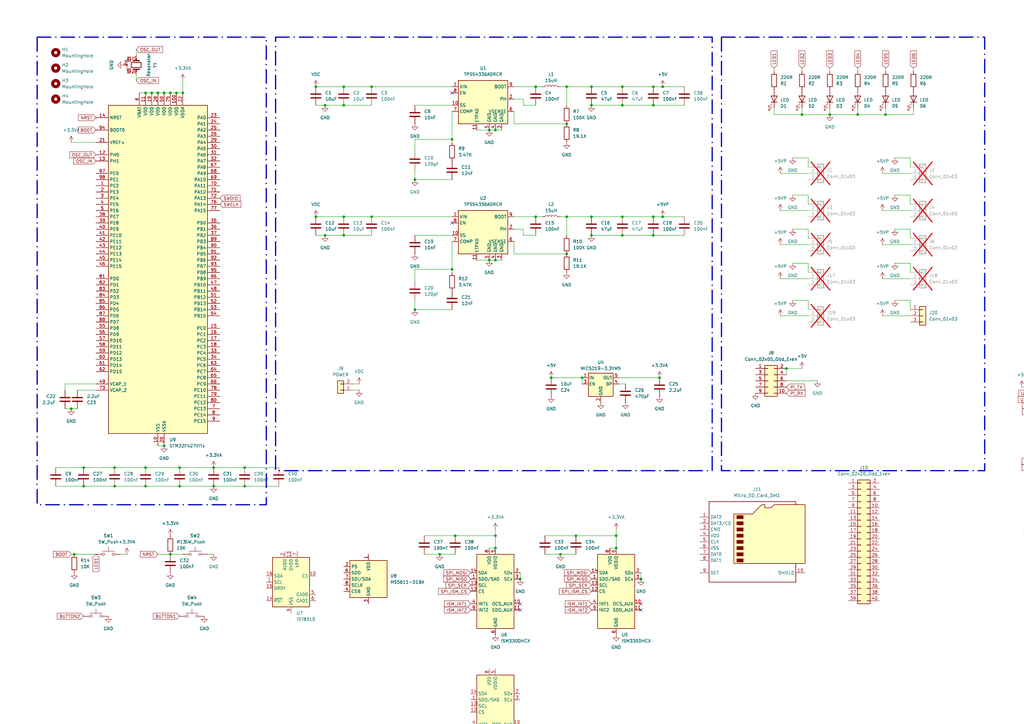
<source format=kicad_sch>
(kicad_sch (version 20250114) (generator "eeschema") (generator_version "9.0")
  (paper "A3")
  (rectangle (start 295.91 15.24) (end 403.86 193.04) (stroke (width 0.508) (type dash_dot)))
  (rectangle (start 113.03 15.24) (end 292.1 193.04) (stroke (width 0.508) (type dash_dot)))
  (rectangle (start 15.24 15.24) (end 109.22 207.01) (stroke (width 0.508) (type dash_dot)))
  (junction (at 73.66 191.77))
  (junction (at 363.22 46.99))
  (junction (at 232.41 35.56))
  (junction (at 59.69 191.77))
  (junction (at 67.31 182.88))
  (junction (at 129.54 88.9))
  (junction (at 69.85 227.33))
  (junction (at 242.57 96.52))
  (junction (at 200.66 53.34))
  (junction (at 170.18 73.66))
  (junction (at 30.48 227.33))
  (junction (at 236.22 219.71))
  (junction (at 133.35 96.52))
  (junction (at 140.97 43.18))
  (junction (at 255.27 35.56))
  (junction (at 185.42 57.15))
  (junction (at 100.33 191.77))
  (junction (at 100.33 199.39))
  (junction (at 59.69 199.39))
  (junction (at 129.54 35.56))
  (junction (at 271.78 35.56))
  (junction (at 140.97 96.52))
  (junction (at 242.57 88.9))
  (junction (at 226.06 154.94))
  (junction (at 69.85 38.1))
  (junction (at 255.27 43.18))
  (junction (at 229.87 227.33))
  (junction (at 185.42 110.49))
  (junction (at 267.97 35.56))
  (junction (at 219.71 88.9))
  (junction (at 152.4 88.9))
  (junction (at 133.35 43.18))
  (junction (at 34.29 191.77))
  (junction (at 322.58 151.13))
  (junction (at 271.78 88.9))
  (junction (at 46.99 191.77))
  (junction (at 46.99 199.39))
  (junction (at 180.34 227.33))
  (junction (at 87.63 191.77))
  (junction (at 267.97 96.52))
  (junction (at 203.2 106.68))
  (junction (at 59.69 38.1))
  (junction (at 270.51 154.94))
  (junction (at 87.63 199.39))
  (junction (at 242.57 43.18))
  (junction (at 219.71 35.56))
  (junction (at 328.93 46.99))
  (junction (at 232.41 104.14))
  (junction (at 67.31 38.1))
  (junction (at 262.89 237.49))
  (junction (at 140.97 88.9))
  (junction (at 213.36 237.49))
  (junction (at 170.18 127))
  (junction (at 232.41 50.8))
  (junction (at 252.73 219.71))
  (junction (at 242.57 35.56))
  (junction (at 203.2 224.79))
  (junction (at 62.23 38.1))
  (junction (at 340.36 46.99))
  (junction (at 255.27 88.9))
  (junction (at 351.79 46.99))
  (junction (at 200.66 106.68))
  (junction (at 29.21 167.64))
  (junction (at 203.2 219.71))
  (junction (at 238.76 154.94))
  (junction (at 34.29 199.39))
  (junction (at 140.97 35.56))
  (junction (at 186.69 219.71))
  (junction (at 252.73 224.79))
  (junction (at 255.27 96.52))
  (junction (at 203.2 53.34))
  (junction (at 152.4 35.56))
  (junction (at 232.41 88.9))
  (junction (at 73.66 199.39))
  (junction (at 267.97 88.9))
  (junction (at 267.97 43.18))
  (junction (at 72.39 38.1))
  (junction (at 64.77 38.1))
  (junction (at 74.93 38.1))
  (no_connect (at 262.89 250.19))
  (no_connect (at 185.42 38.1))
  (no_connect (at 185.42 91.44))
  (no_connect (at 213.36 247.65))
  (no_connect (at 262.89 247.65))
  (no_connect (at 213.36 250.19))
  (wire (pts (xy 55.88 20.32) (xy 55.88 22.86)))
  (wire (pts (xy 242.57 88.9) (xy 232.41 88.9)))
  (wire (pts (xy 214.63 40.64) (xy 210.82 40.64)))
  (wire (pts (xy 129.54 96.52) (xy 133.35 96.52)))
  (wire (pts (xy 425.45 214.63) (xy 431.8 214.63)))
  (wire (pts (xy 271.78 35.56) (xy 280.67 35.56)))
  (wire (pts (xy 351.79 44.45) (xy 351.79 46.99)))
  (wire (pts (xy 62.23 38.1) (xy 64.77 38.1)))
  (wire (pts (xy 55.88 30.48) (xy 55.88 33.02)))
  (wire (pts (xy 267.97 96.52) (xy 280.67 96.52)))
  (wire (pts (xy 232.41 88.9) (xy 232.41 96.52)))
  (wire (pts (xy 170.18 57.15) (xy 185.42 57.15)))
  (wire (pts (xy 222.25 35.56) (xy 219.71 35.56)))
  (wire (pts (xy 147.32 160.02) (xy 144.78 160.02)))
  (wire (pts (xy 22.86 199.39) (xy 34.29 199.39)))
  (wire (pts (xy 200.66 224.79) (xy 203.2 224.79)))
  (wire (pts (xy 328.93 151.13) (xy 322.58 151.13)))
  (wire (pts (xy 26.67 157.48) (xy 26.67 160.02)))
  (wire (pts (xy 31.75 160.02) (xy 39.37 160.02)))
  (wire (pts (xy 186.69 219.71) (xy 203.2 219.71)))
  (wire (pts (xy 87.63 199.39) (xy 100.33 199.39)))
  (wire (pts (xy 69.85 227.33) (xy 74.93 227.33)))
  (wire (pts (xy 229.87 35.56) (xy 232.41 35.56)))
  (wire (pts (xy 170.18 57.15) (xy 170.18 62.23)))
  (wire (pts (xy 331.47 107.95) (xy 331.47 111.76)))
  (wire (pts (xy 214.63 40.64) (xy 214.63 43.18)))
  (wire (pts (xy 374.65 46.99) (xy 374.65 44.45)))
  (wire (pts (xy 367.03 123.19) (xy 373.38 123.19)))
  (wire (pts (xy 267.97 35.56) (xy 271.78 35.56)))
  (wire (pts (xy 69.85 38.1) (xy 72.39 38.1)))
  (wire (pts (xy 59.69 191.77) (xy 73.66 191.77)))
  (wire (pts (xy 22.86 191.77) (xy 34.29 191.77)))
  (wire (pts (xy 210.82 35.56) (xy 219.71 35.56)))
  (wire (pts (xy 331.47 123.19) (xy 331.47 127)))
  (wire (pts (xy 203.2 53.34) (xy 205.74 53.34)))
  (wire (pts (xy 64.77 227.33) (xy 69.85 227.33)))
  (wire (pts (xy 72.39 38.1) (xy 74.93 38.1)))
  (wire (pts (xy 180.34 227.33) (xy 186.69 227.33)))
  (wire (pts (xy 140.97 88.9) (xy 152.4 88.9)))
  (wire (pts (xy 252.73 219.71) (xy 252.73 224.79)))
  (wire (pts (xy 73.66 191.77) (xy 87.63 191.77)))
  (wire (pts (xy 213.36 234.95) (xy 213.36 237.49)))
  (wire (pts (xy 242.57 43.18) (xy 255.27 43.18)))
  (wire (pts (xy 229.87 227.33) (xy 236.22 227.33)))
  (wire (pts (xy 133.35 43.18) (xy 140.97 43.18)))
  (wire (pts (xy 238.76 154.94) (xy 238.76 157.48)))
  (wire (pts (xy 64.77 38.1) (xy 67.31 38.1)))
  (wire (pts (xy 373.38 80.01) (xy 373.38 83.82)))
  (wire (pts (xy 267.97 43.18) (xy 280.67 43.18)))
  (wire (pts (xy 29.21 58.42) (xy 39.37 58.42)))
  (wire (pts (xy 170.18 110.49) (xy 185.42 110.49)))
  (wire (pts (xy 185.42 99.06) (xy 185.42 110.49)))
  (wire (pts (xy 255.27 96.52) (xy 267.97 96.52)))
  (wire (pts (xy 320.04 114.3) (xy 331.47 114.3)))
  (wire (pts (xy 185.42 58.42) (xy 185.42 57.15)))
  (wire (pts (xy 170.18 73.66) (xy 185.42 73.66)))
  (wire (pts (xy 140.97 43.18) (xy 152.4 43.18)))
  (wire (pts (xy 170.18 43.18) (xy 185.42 43.18)))
  (wire (pts (xy 210.82 99.06) (xy 210.82 104.14)))
  (wire (pts (xy 30.48 227.33) (xy 39.37 227.33)))
  (wire (pts (xy 203.2 219.71) (xy 203.2 224.79)))
  (wire (pts (xy 367.03 107.95) (xy 373.38 107.95)))
  (wire (pts (xy 223.52 219.71) (xy 236.22 219.71)))
  (wire (pts (xy 140.97 96.52) (xy 152.4 96.52)))
  (wire (pts (xy 152.4 35.56) (xy 185.42 35.56)))
  (wire (pts (xy 325.12 123.19) (xy 331.47 123.19)))
  (wire (pts (xy 320.04 71.12) (xy 331.47 71.12)))
  (wire (pts (xy 328.93 44.45) (xy 328.93 46.99)))
  (wire (pts (xy 170.18 110.49) (xy 170.18 115.57)))
  (wire (pts (xy 229.87 88.9) (xy 232.41 88.9)))
  (wire (pts (xy 223.52 227.33) (xy 229.87 227.33)))
  (wire (pts (xy 367.03 64.77) (xy 373.38 64.77)))
  (wire (pts (xy 210.82 50.8) (xy 232.41 50.8)))
  (wire (pts (xy 361.95 86.36) (xy 373.38 86.36)))
  (wire (pts (xy 374.65 29.21) (xy 374.65 27.94)))
  (wire (pts (xy 325.12 64.77) (xy 331.47 64.77)))
  (wire (pts (xy 373.38 107.95) (xy 373.38 111.76)))
  (wire (pts (xy 340.36 29.21) (xy 340.36 27.94)))
  (wire (pts (xy 361.95 114.3) (xy 373.38 114.3)))
  (wire (pts (xy 254 154.94) (xy 270.51 154.94)))
  (wire (pts (xy 170.18 69.85) (xy 170.18 73.66)))
  (wire (pts (xy 195.58 106.68) (xy 200.66 106.68)))
  (wire (pts (xy 129.54 88.9) (xy 140.97 88.9)))
  (wire (pts (xy 373.38 123.19) (xy 373.38 127)))
  (wire (pts (xy 317.5 29.21) (xy 317.5 27.94)))
  (wire (pts (xy 87.63 191.77) (xy 100.33 191.77)))
  (wire (pts (xy 200.66 106.68) (xy 203.2 106.68)))
  (wire (pts (xy 317.5 46.99) (xy 328.93 46.99)))
  (wire (pts (xy 328.93 29.21) (xy 328.93 27.94)))
  (wire (pts (xy 170.18 96.52) (xy 185.42 96.52)))
  (wire (pts (xy 331.47 80.01) (xy 331.47 83.82)))
  (wire (pts (xy 226.06 154.94) (xy 238.76 154.94)))
  (wire (pts (xy 367.03 80.01) (xy 373.38 80.01)))
  (wire (pts (xy 100.33 199.39) (xy 114.3 199.39)))
  (wire (pts (xy 232.41 35.56) (xy 232.41 43.18)))
  (wire (pts (xy 255.27 43.18) (xy 267.97 43.18)))
  (wire (pts (xy 367.03 93.98) (xy 373.38 93.98)))
  (wire (pts (xy 170.18 127) (xy 185.42 127)))
  (wire (pts (xy 59.69 38.1) (xy 62.23 38.1)))
  (wire (pts (xy 49.53 227.33) (xy 52.07 227.33)))
  (wire (pts (xy 195.58 53.34) (xy 200.66 53.34)))
  (wire (pts (xy 173.99 227.33) (xy 180.34 227.33)))
  (wire (pts (xy 170.18 123.19) (xy 170.18 127)))
  (wire (pts (xy 210.82 104.14) (xy 232.41 104.14)))
  (wire (pts (xy 152.4 88.9) (xy 185.42 88.9)))
  (wire (pts (xy 340.36 44.45) (xy 340.36 46.99)))
  (wire (pts (xy 26.67 157.48) (xy 39.37 157.48)))
  (wire (pts (xy 262.89 234.95) (xy 262.89 237.49)))
  (wire (pts (xy 203.2 106.68) (xy 205.74 106.68)))
  (wire (pts (xy 361.95 71.12) (xy 373.38 71.12)))
  (wire (pts (xy 242.57 35.56) (xy 255.27 35.56)))
  (wire (pts (xy 34.29 199.39) (xy 46.99 199.39)))
  (wire (pts (xy 147.32 157.48) (xy 144.78 157.48)))
  (wire (pts (xy 425.45 227.33) (xy 431.8 227.33)))
  (wire (pts (xy 252.73 219.71) (xy 252.73 217.17)))
  (wire (pts (xy 331.47 64.77) (xy 331.47 68.58)))
  (wire (pts (xy 129.54 43.18) (xy 133.35 43.18)))
  (wire (pts (xy 322.58 151.13) (xy 322.58 153.67)))
  (wire (pts (xy 203.2 219.71) (xy 203.2 217.17)))
  (wire (pts (xy 59.69 199.39) (xy 73.66 199.39)))
  (wire (pts (xy 320.04 129.54) (xy 331.47 129.54)))
  (wire (pts (xy 361.95 100.33) (xy 373.38 100.33)))
  (wire (pts (xy 64.77 182.88) (xy 67.31 182.88)))
  (wire (pts (xy 325.12 107.95) (xy 331.47 107.95)))
  (wire (pts (xy 67.31 38.1) (xy 69.85 38.1)))
  (wire (pts (xy 340.36 46.99) (xy 351.79 46.99)))
  (wire (pts (xy 133.35 96.52) (xy 140.97 96.52)))
  (wire (pts (xy 242.57 35.56) (xy 232.41 35.56)))
  (wire (pts (xy 271.78 88.9) (xy 280.67 88.9)))
  (wire (pts (xy 46.99 191.77) (xy 59.69 191.77)))
  (wire (pts (xy 255.27 88.9) (xy 267.97 88.9)))
  (wire (pts (xy 255.27 35.56) (xy 267.97 35.56)))
  (wire (pts (xy 421.64 181.61) (xy 433.07 181.61)))
  (wire (pts (xy 74.93 33.02) (xy 74.93 38.1)))
  (wire (pts (xy 129.54 35.56) (xy 140.97 35.56)))
  (wire (pts (xy 328.93 46.99) (xy 340.36 46.99)))
  (wire (pts (xy 26.67 167.64) (xy 29.21 167.64)))
  (wire (pts (xy 419.1 158.75) (xy 430.53 158.75)))
  (wire (pts (xy 373.38 64.77) (xy 373.38 68.58)))
  (wire (pts (xy 320.04 100.33) (xy 331.47 100.33)))
  (wire (pts (xy 185.42 45.72) (xy 185.42 57.15)))
  (wire (pts (xy 351.79 46.99) (xy 363.22 46.99)))
  (wire (pts (xy 214.63 93.98) (xy 210.82 93.98)))
  (wire (pts (xy 222.25 88.9) (xy 219.71 88.9)))
  (wire (pts (xy 185.42 111.76) (xy 185.42 110.49)))
  (wire (pts (xy 325.12 80.01) (xy 331.47 80.01)))
  (wire (pts (xy 219.71 43.18) (xy 214.63 43.18)))
  (wire (pts (xy 57.15 38.1) (xy 59.69 38.1)))
  (wire (pts (xy 256.54 157.48) (xy 254 157.48)))
  (wire (pts (xy 85.09 227.33) (xy 87.63 227.33)))
  (wire (pts (xy 242.57 88.9) (xy 255.27 88.9)))
  (wire (pts (xy 100.33 191.77) (xy 114.3 191.77)))
  (wire (pts (xy 73.66 199.39) (xy 87.63 199.39)))
  (wire (pts (xy 322.58 156.21) (xy 335.28 156.21)))
  (wire (pts (xy 363.22 44.45) (xy 363.22 46.99)))
  (wire (pts (xy 331.47 93.98) (xy 331.47 97.79)))
  (wire (pts (xy 140.97 35.56) (xy 152.4 35.56)))
  (wire (pts (xy 363.22 46.99) (xy 374.65 46.99)))
  (wire (pts (xy 317.5 46.99) (xy 317.5 44.45)))
  (wire (pts (xy 173.99 219.71) (xy 186.69 219.71)))
  (wire (pts (xy 46.99 199.39) (xy 59.69 199.39)))
  (wire (pts (xy 351.79 29.21) (xy 351.79 27.94)))
  (wire (pts (xy 34.29 191.77) (xy 46.99 191.77)))
  (wire (pts (xy 210.82 45.72) (xy 210.82 50.8)))
  (wire (pts (xy 373.38 93.98) (xy 373.38 97.79)))
  (wire (pts (xy 200.66 53.34) (xy 203.2 53.34)))
  (wire (pts (xy 236.22 219.71) (xy 252.73 219.71)))
  (wire (pts (xy 267.97 88.9) (xy 271.78 88.9)))
  (wire (pts (xy 214.63 93.98) (xy 214.63 96.52)))
  (wire (pts (xy 325.12 93.98) (xy 331.47 93.98)))
  (wire (pts (xy 29.21 167.64) (xy 31.75 167.64)))
  (wire (pts (xy 219.71 96.52) (xy 214.63 96.52)))
  (wire (pts (xy 29.21 227.33) (xy 30.48 227.33)))
  (wire (pts (xy 242.57 96.52) (xy 255.27 96.52)))
  (wire (pts (xy 210.82 88.9) (xy 219.71 88.9)))
  (wire (pts (xy 361.95 129.54) (xy 373.38 129.54)))
  (wire (pts (xy 250.19 224.79) (xy 252.73 224.79)))
  (wire (pts (xy 363.22 29.21) (xy 363.22 27.94)))
  (wire (pts (xy 320.04 86.36) (xy 331.47 86.36)))
  (global_label "LED6" (shape input) (at 374.65 27.94 90) (property "Intersheetrefs" "${INTERSHEET_REFS}" (effects (hide yes))))
  (global_label "USART4_RX" (shape input) (at 430.53 163.83 180) (property "Intersheetrefs" "${INTERSHEET_REFS}" (effects (hide yes))))
  (global_label "LED1" (shape input) (at 39.37 227.33 270) (property "Intersheetrefs" "${INTERSHEET_REFS}" (effects (hide yes))))
  (global_label "OSC_OUT" (shape input) (at 39.37 63.5 180) (property "Intersheetrefs" "${INTERSHEET_REFS}" (effects (hide yes))))
  (global_label "NRST" (shape input) (at 39.37 48.26 180) (property "Intersheetrefs" "${INTERSHEET_REFS}" (effects (hide yes))))
  (global_label "SPI_ISM_CS" (shape input) (at 242.57 242.57 180) (property "Intersheetrefs" "${INTERSHEET_REFS}" (effects (hide yes))))
  (global_label "SPI_SCK" (shape input) (at 193.04 240.03 180) (property "Intersheetrefs" "${INTERSHEET_REFS}" (effects (hide yes))))
  (global_label "SWCLK" (shape input) (at 431.8 224.79 180) (property "Intersheetrefs" "${INTERSHEET_REFS}" (effects (hide yes))))
  (global_label "BUTTON1" (shape input) (at 73.66 252.73 180) (property "Intersheetrefs" "${INTERSHEET_REFS}" (effects (hide yes))))
  (global_label "UART7_RX" (shape input) (at 431.8 219.71 180) (property "Intersheetrefs" "${INTERSHEET_REFS}" (effects (hide yes))))
  (global_label "BUTTON2" (shape input) (at 34.29 252.73 180) (property "Intersheetrefs" "${INTERSHEET_REFS}" (effects (hide yes))))
  (global_label "USART3_RX" (shape input) (at 433.07 186.69 180) (property "Intersheetrefs" "${INTERSHEET_REFS}" (effects (hide yes))))
  (global_label "ISM_INT1" (shape input) (at 193.04 247.65 180) (property "Intersheetrefs" "${INTERSHEET_REFS}" (effects (hide yes))))
  (global_label "Pi_TX" (shape input) (at 322.58 158.75 0) (property "Intersheetrefs" "${INTERSHEET_REFS}" (effects (hide yes))))
  (global_label "BOOT" (shape input) (at 39.37 53.34 180) (property "Intersheetrefs" "${INTERSHEET_REFS}" (effects (hide yes))))
  (global_label "ISM_INT1" (shape input) (at 242.57 247.65 180) (property "Intersheetrefs" "${INTERSHEET_REFS}" (effects (hide yes))))
  (global_label "USART3_RTS" (shape input) (at 433.07 191.77 180) (property "Intersheetrefs" "${INTERSHEET_REFS}" (effects (hide yes))))
  (global_label "SPI_ISM_CS" (shape input) (at 193.04 242.57 180) (property "Intersheetrefs" "${INTERSHEET_REFS}" (effects (hide yes))))
  (global_label "ISM_INT2" (shape input) (at 242.57 250.19 180) (property "Intersheetrefs" "${INTERSHEET_REFS}" (effects (hide yes))))
  (global_label "SPI_MISO" (shape input) (at 242.57 237.49 180) (property "Intersheetrefs" "${INTERSHEET_REFS}" (effects (hide yes))))
  (global_label "USART3_TX" (shape input) (at 433.07 184.15 180) (property "Intersheetrefs" "${INTERSHEET_REFS}" (effects (hide yes))))
  (global_label "USART3_CTS" (shape input) (at 433.07 189.23 180) (property "Intersheetrefs" "${INTERSHEET_REFS}" (effects (hide yes))))
  (global_label "BOOT" (shape input) (at 29.21 227.33 180) (property "Intersheetrefs" "${INTERSHEET_REFS}" (effects (hide yes))))
  (global_label "OSC_OUT" (shape input) (at 55.88 20.32 0) (property "Intersheetrefs" "${INTERSHEET_REFS}" (effects (hide yes))))
  (global_label "I2C1_SCL" (shape input) (at 430.53 166.37 180) (property "Intersheetrefs" "${INTERSHEET_REFS}" (effects (hide yes))))
  (global_label "Pi_RX" (shape input) (at 322.58 161.29 0) (property "Intersheetrefs" "${INTERSHEET_REFS}" (effects (hide yes))))
  (global_label "SWDIO" (shape input) (at 90.17 81.28 0) (property "Intersheetrefs" "${INTERSHEET_REFS}" (effects (hide yes))))
  (global_label "UART7_TX" (shape input) (at 431.8 217.17 180) (property "Intersheetrefs" "${INTERSHEET_REFS}" (effects (hide yes))))
  (global_label "ISM_INT2" (shape input) (at 193.04 250.19 180) (property "Intersheetrefs" "${INTERSHEET_REFS}" (effects (hide yes))))
  (global_label "USART4_TX" (shape input) (at 430.53 161.29 180) (property "Intersheetrefs" "${INTERSHEET_REFS}" (effects (hide yes))))
  (global_label "LED5" (shape input) (at 363.22 27.94 90) (property "Intersheetrefs" "${INTERSHEET_REFS}" (effects (hide yes))))
  (global_label "LED1" (shape input) (at 317.5 27.94 90) (property "Intersheetrefs" "${INTERSHEET_REFS}" (effects (hide yes))))
  (global_label "LED2" (shape input) (at 328.93 27.94 90) (property "Intersheetrefs" "${INTERSHEET_REFS}" (effects (hide yes))))
  (global_label "I2C1_SDA" (shape input) (at 430.53 168.91 180) (property "Intersheetrefs" "${INTERSHEET_REFS}" (effects (hide yes))))
  (global_label "LED4" (shape input) (at 351.79 27.94 90) (property "Intersheetrefs" "${INTERSHEET_REFS}" (effects (hide yes))))
  (global_label "SPI_MOSI" (shape input) (at 193.04 234.95 180) (property "Intersheetrefs" "${INTERSHEET_REFS}" (effects (hide yes))))
  (global_label "SPI_MISO" (shape input) (at 193.04 237.49 180) (property "Intersheetrefs" "${INTERSHEET_REFS}" (effects (hide yes))))
  (global_label "SPI_MOSI" (shape input) (at 242.57 234.95 180) (property "Intersheetrefs" "${INTERSHEET_REFS}" (effects (hide yes))))
  (global_label "OSC_IN" (shape input) (at 39.37 66.04 180) (property "Intersheetrefs" "${INTERSHEET_REFS}" (effects (hide yes))))
  (global_label "SPI_SCK" (shape input) (at 242.57 240.03 180) (property "Intersheetrefs" "${INTERSHEET_REFS}" (effects (hide yes))))
  (global_label "OSC_IN" (shape input) (at 55.88 33.02 0) (property "Intersheetrefs" "${INTERSHEET_REFS}" (effects (hide yes))))
  (global_label "SWDIO" (shape input) (at 431.8 222.25 180) (property "Intersheetrefs" "${INTERSHEET_REFS}" (effects (hide yes))))
  (global_label "LED3" (shape input) (at 340.36 27.94 90) (property "Intersheetrefs" "${INTERSHEET_REFS}" (effects (hide yes))))
  (global_label "SWCLK" (shape input) (at 90.17 83.82 0) (property "Intersheetrefs" "${INTERSHEET_REFS}" (effects (hide yes))))
  (global_label "NRST" (shape input) (at 64.77 227.33 180) (property "Intersheetrefs" "${INTERSHEET_REFS}" (effects (hide yes))))
  (symbol (lib_id "Device:C") (at 129.54 92.71 0) (unit 1)
    (property "Reference" "C12" (at 133.35 91.4399 0) (effects (justify left)))
    (property "Value" "10uF" (at 133.35 93.9799 0) (effects (justify left)))
    (property "Footprint" "Capacitor_SMD:C_1210_3225Metric" (effects (hide yes)))
    (property "Description" "Unpolarized capacitor" (effects (hide yes)))
  )
  (symbol (lib_id "power:+5VP") (at 320.04 71.12 0) (unit 1)
    (property "Reference" "#PWR015" (effects (hide yes)))
    (property "Value" "+5VP" (at 320.04 66.04 0))
    (property "Description" "Power symbol creates a global label with name \"+5VP\"" (effects (hide yes)))
  )
  (symbol (lib_id "Device:C") (at 170.18 100.33 0) (unit 1)
    (property "Reference" "C19" (at 173.99 99.0599 0) (effects (justify left)))
    (property "Value" "10nF" (at 173.99 101.5999 0) (effects (justify left)))
    (property "Footprint" "Capacitor_SMD:C_0603_1608Metric" (effects (hide yes)))
    (property "Description" "Unpolarized capacitor" (effects (hide yes)))
  )
  (symbol (lib_id "Connector_Generic:Conn_01x03") (at 378.46 129.54 0) (unit 1)
    (property "Reference" "J20" (at 381 128.2699 0) (effects (justify left)))
    (property "Value" "Conn_01x03" (at 381 130.8099 0) (effects (justify left)))
    (property "Footprint" "Connector_PinHeader_2.54mm:PinHeader_1x03_P2.54mm_Vertical" (effects (hide yes)))
    (property "Description" "Generic connector, single row, 01x03, script generated (kicad-library-utils/schlib/autogen/connector/)" (effects (hide yes)))
  )
  (symbol (lib_id "Device:C") (at 114.3 195.58 0) (unit 1)
    (property "Reference" "C40" (at 118.11 194.3099 0) (effects (justify left)))
    (property "Value" "100nF" (at 118.11 196.8499 0) (effects (justify left)))
    (property "Footprint" "Capacitor_SMD:C_0402_1005Metric" (effects (hide yes)))
    (property "Description" "Unpolarized capacitor" (effects (hide yes)))
  )
  (symbol (lib_id "Device:C") (at 46.99 195.58 0) (unit 1)
    (property "Reference" "C28" (at 50.8 194.3099 0) (effects (justify left)))
    (property "Value" "100nF" (at 50.8 196.8499 0) (effects (justify left)))
    (property "Footprint" "Capacitor_SMD:C_0402_1005Metric" (effects (hide yes)))
    (property "Description" "Unpolarized capacitor" (effects (hide yes)))
  )
  (symbol (lib_id "power:+5VP") (at 320.04 114.3 0) (unit 1)
    (property "Reference" "#PWR071" (effects (hide yes)))
    (property "Value" "+5VP" (at 320.04 109.22 0))
    (property "Description" "Power symbol creates a global label with name \"+5VP\"" (effects (hide yes)))
  )
  (symbol (lib_id "power:GND") (at 262.89 237.49 0) (unit 1)
    (property "Reference" "#PWR057" (effects (hide yes)))
    (property "Value" "GND" (at 262.89 242.57 0))
    (property "Description" "Power symbol creates a global label with name \"GND\" , ground" (effects (hide yes)))
  )
  (symbol (lib_id "Connector_Generic:Conn_01x03") (at 336.55 71.12 0) (unit 1) (dnp yes)
    (property "Reference" "J1" (at 339.09 69.8499 0) (effects (justify left)))
    (property "Value" "Conn_01x03" (at 339.09 72.3899 0) (effects (justify left)))
    (property "Footprint" "Connector_PinHeader_2.54mm:PinHeader_1x03_P2.54mm_Vertical" (effects (hide yes)))
    (property "Description" "Generic connector, single row, 01x03, script generated (kicad-library-utils/schlib/autogen/connector/)" (effects (hide yes)))
  )
  (symbol (lib_id "power:GND") (at 367.03 123.19 0) (unit 1)
    (property "Reference" "#PWR078" (effects (hide yes)))
    (property "Value" "GND" (at 367.03 128.27 0))
    (property "Description" "Power symbol creates a global label with name \"GND\" , ground" (effects (hide yes)))
  )
  (symbol (lib_id "Connector_Generic:Conn_01x03") (at 336.55 114.3 0) (unit 1) (dnp yes)
    (property "Reference" "J17" (at 339.09 113.0299 0) (effects (justify left)))
    (property "Value" "Conn_01x03" (at 339.09 115.5699 0) (effects (justify left)))
    (property "Footprint" "Connector_PinHeader_2.54mm:PinHeader_1x03_P2.54mm_Vertical" (effects (hide yes)))
    (property "Description" "Generic connector, single row, 01x03, script generated (kicad-library-utils/schlib/autogen/connector/)" (effects (hide yes)))
  )
  (symbol (lib_id "Device:R") (at 363.22 33.02 0) (mirror x) (unit 1)
    (property "Reference" "R5" (at 365.76 34.2901 0) (effects (justify left)))
    (property "Value" "220R" (at 365.76 31.7501 0) (effects (justify left)))
    (property "Footprint" "Resistor_SMD:R_0603_1608Metric" (effects (hide yes)))
    (property "Description" "Resistor" (effects (hide yes)))
  )
  (symbol (lib_id "Device:C") (at 152.4 39.37 0) (unit 1)
    (property "Reference" "C3" (at 156.21 38.0999 0) (effects (justify left)))
    (property "Value" "100nF" (at 156.21 40.6399 0) (effects (justify left)))
    (property "Footprint" "Capacitor_SMD:C_0603_1608Metric" (effects (hide yes)))
    (property "Description" "Unpolarized capacitor" (effects (hide yes)))
  )
  (symbol (lib_id "Device:C") (at 152.4 92.71 0) (unit 1)
    (property "Reference" "C14" (at 156.21 91.4399 0) (effects (justify left)))
    (property "Value" "100nF" (at 156.21 93.9799 0) (effects (justify left)))
    (property "Footprint" "Capacitor_SMD:C_0603_1608Metric" (effects (hide yes)))
    (property "Description" "Unpolarized capacitor" (effects (hide yes)))
  )
  (symbol (lib_id "power:GND") (at 229.87 227.33 0) (unit 1)
    (property "Reference" "#PWR056" (effects (hide yes)))
    (property "Value" "GND" (at 229.87 232.41 0))
    (property "Description" "Power symbol creates a global label with name \"GND\" , ground" (effects (hide yes)))
  )
  (symbol (lib_id "power:VDC") (at 129.54 88.9 0) (unit 1)
    (property "Reference" "#PWR017" (effects (hide yes)))
    (property "Value" "VDC" (at 129.54 83.82 0))
    (property "Description" "Power symbol creates a global label with name \"VDC\"" (effects (hide yes)))
  )
  (symbol (lib_id "Switch:SW_Push") (at 78.74 252.73 0) (unit 1)
    (property "Reference" "SW4" (at 78.74 245.11 0))
    (property "Value" "SW_Push" (at 78.74 247.65 0))
    (property "Footprint" "Button_Switch_SMD:SW_SPST_B3U-1000P" (effects (hide yes)))
    (property "Description" "Push button switch, generic, two pins" (effects (hide yes)))
  )
  (symbol (lib_id "Device:LED") (at 340.36 40.64 270) (mirror x) (unit 1)
    (property "Reference" "D3" (at 342.9 43.4976 90) (effects (justify left)))
    (property "Value" "LED" (at 342.9 40.9576 90) (effects (justify left)))
    (property "Footprint" "LED_SMD:LED_0603_1608Metric" (effects (hide yes)))
    (property "Description" "Light emitting diode" (effects (hide yes)))
    (property "Sim.Pins" "1=K 2=A" (effects (hide yes)))
  )
  (symbol (lib_id "Device:R") (at 317.5 33.02 0) (mirror x) (unit 1)
    (property "Reference" "R1" (at 320.04 34.2901 0) (effects (justify left)))
    (property "Value" "220R" (at 320.04 31.7501 0) (effects (justify left)))
    (property "Footprint" "Resistor_SMD:R_0603_1608Metric" (effects (hide yes)))
    (property "Description" "Resistor" (effects (hide yes)))
  )
  (symbol (lib_id "power:GND") (at 425.45 227.33 0) (unit 1)
    (property "Reference" "#PWR066" (effects (hide yes)))
    (property "Value" "GND" (at 425.45 232.41 0))
    (property "Description" "Power symbol creates a global label with name \"GND\" , ground" (effects (hide yes)))
  )
  (symbol (lib_id "power:GND") (at 433.07 194.31 0) (unit 1)
    (property "Reference" "#PWR067" (effects (hide yes)))
    (property "Value" "GND" (at 433.07 199.39 0))
    (property "Description" "Power symbol creates a global label with name \"GND\" , ground" (effects (hide yes)))
  )
  (symbol (lib_id "Device:C") (at 140.97 92.71 0) (unit 1)
    (property "Reference" "C13" (at 144.78 91.4399 0) (effects (justify left)))
    (property "Value" "10uF" (at 144.78 93.9799 0) (effects (justify left)))
    (property "Footprint" "Capacitor_SMD:C_1210_3225Metric" (effects (hide yes)))
    (property "Description" "Unpolarized capacitor" (effects (hide yes)))
  )
  (symbol (lib_id "Device:LED") (at 317.5 40.64 270) (mirror x) (unit 1)
    (property "Reference" "D1" (at 320.04 43.4976 90) (effects (justify left)))
    (property "Value" "LED" (at 320.04 40.9576 90) (effects (justify left)))
    (property "Footprint" "LED_SMD:LED_0603_1608Metric" (effects (hide yes)))
    (property "Description" "Light emitting diode" (effects (hide yes)))
    (property "Sim.Pins" "1=K 2=A" (effects (hide yes)))
  )
  (symbol (lib_id "power:+3.3VA") (at 270.51 154.94 0) (unit 1)
    (property "Reference" "#PWR041" (effects (hide yes)))
    (property "Value" "+3.3VA" (at 270.51 149.86 0))
    (property "Description" "Power symbol creates a global label with name \"+3.3VA\"" (effects (hide yes)))
  )
  (symbol (lib_id "power:GND") (at 147.32 160.02 0) (unit 1)
    (property "Reference" "#PWR043" (effects (hide yes)))
    (property "Value" "GND" (at 147.32 165.1 0))
    (property "Description" "Power symbol creates a global label with name \"GND\" , ground" (effects (hide yes)))
  )
  (symbol (lib_id "Device:C") (at 170.18 46.99 0) (unit 1)
    (property "Reference" "C8" (at 173.99 45.7199 0) (effects (justify left)))
    (property "Value" "10nF" (at 173.99 48.2599 0) (effects (justify left)))
    (property "Footprint" "Capacitor_SMD:C_0603_1608Metric" (effects (hide yes)))
    (property "Description" "Unpolarized capacitor" (effects (hide yes)))
  )
  (symbol (lib_id "power:GND") (at 200.66 53.34 0) (unit 1)
    (property "Reference" "#PWR09" (effects (hide yes)))
    (property "Value" "GND" (at 200.66 58.42 0))
    (property "Description" "Power symbol creates a global label with name \"GND\" , ground" (effects (hide yes)))
  )
  (symbol (lib_id "Regulator_Linear:MIC5219-3.3YM5") (at 246.38 157.48 0) (unit 1)
    (property "Reference" "U4" (at 246.38 148.59 0))
    (property "Value" "MIC5219-3.3YM5" (at 246.38 151.13 0))
    (property "Footprint" "Package_TO_SOT_SMD:SOT-23-5" (effects (hide yes)))
    (property "Datasheet" "http://ww1.microchip.com/downloads/en/DeviceDoc/MIC5219-500mA-Peak-Output-LDO-Regulator-DS20006021A.pdf" (effects (hide yes)))
    (property "Description" "500mA low dropout linear regulator, fixed 3.3V output, SOT-23-5" (effects (hide yes)))
  )
  (symbol (lib_id "Connector_Generic:Conn_02x05_Odd_Even") (at 314.96 156.21 0) (unit 1)
    (property "Reference" "J8" (at 316.23 144.78 0))
    (property "Value" "Conn_02x05_Odd_Even" (at 316.23 147.32 0))
    (property "Footprint" "Connector_PinSocket_2.54mm:PinSocket_2x05_P2.54mm_Vertical" (effects (hide yes)))
    (property "Description" "Generic connector, double row, 02x05, odd/even pin numbering scheme (row 1 odd numbers, row 2 even numbers), script generated (kicad-library-utils/schlib/autogen/connector/)" (effects (hide yes)))
  )
  (symbol (lib_id "Device:C") (at 170.18 66.04 0) (unit 1)
    (property "Reference" "C10" (at 173.99 64.7699 0) (effects (justify left)))
    (property "Value" "120pF" (at 173.99 67.3099 0) (effects (justify left)))
    (property "Footprint" "Capacitor_SMD:C_0603_1608Metric" (effects (hide yes)))
    (property "Description" "Unpolarized capacitor" (effects (hide yes)))
  )
  (symbol (lib_id "power:GND") (at 170.18 104.14 0) (unit 1)
    (property "Reference" "#PWR025" (effects (hide yes)))
    (property "Value" "GND" (at 170.18 109.22 0))
    (property "Description" "Power symbol creates a global label with name \"GND\" , ground" (effects (hide yes)))
  )
  (symbol (lib_id "power:GND") (at 325.12 64.77 0) (unit 1)
    (property "Reference" "#PWR013" (effects (hide yes)))
    (property "Value" "GND" (at 325.12 69.85 0))
    (property "Description" "Power symbol creates a global label with name \"GND\" , ground" (effects (hide yes)))
  )
  (symbol (lib_id "Device:R") (at 185.42 115.57 0) (unit 1)
    (property "Reference" "R12" (at 187.96 114.2999 0) (effects (justify left)))
    (property "Value" "3.47K" (at 187.96 116.8399 0) (effects (justify left)))
    (property "Footprint" "Resistor_SMD:R_0603_1608Metric" (effects (hide yes)))
    (property "Description" "Resistor" (effects (hide yes)))
  )
  (symbol (lib_id "Device:C") (at 267.97 92.71 0) (unit 1)
    (property "Reference" "C18" (at 271.78 91.4399 0) (effects (justify left)))
    (property "Value" "100nF" (at 271.78 93.9799 0) (effects (justify left)))
    (property "Footprint" "Capacitor_SMD:C_0603_1608Metric" (effects (hide yes)))
    (property "Description" "Unpolarized capacitor" (effects (hide yes)))
  )
  (symbol (lib_id "power:+5V") (at 421.64 181.61 0) (unit 1)
    (property "Reference" "#PWR068" (effects (hide yes)))
    (property "Value" "+5V" (at 421.64 176.53 0))
    (property "Description" "Power symbol creates a global label with name \"+5V\"" (effects (hide yes)))
  )
  (symbol (lib_id "power:+5VP") (at 320.04 129.54 0) (unit 1)
    (property "Reference" "#PWR075" (effects (hide yes)))
    (property "Value" "+5VP" (at 320.04 124.46 0))
    (property "Description" "Power symbol creates a global label with name \"+5VP\"" (effects (hide yes)))
  )
  (symbol (lib_id "Connector_Generic:Conn_01x06") (at 435.61 140.97 0) (unit 1)
    (property "Reference" "J15" (at 438.15 140.9699 0) (effects (justify left)))
    (property "Value" "Conn_01x06" (at 438.15 143.5099 0) (effects (justify left)))
    (property "Footprint" "Connector_JST:JST_SH_BM06B-SRSS-TB_1x06-1MP_P1.00mm_Vertical" (effects (hide yes)))
    (property "Description" "Generic connector, single row, 01x06, script generated (kicad-library-utils/schlib/autogen/connector/)" (effects (hide yes)))
  )
  (symbol (lib_id "Device:R") (at 351.79 33.02 0) (mirror x) (unit 1)
    (property "Reference" "R4" (at 354.33 34.2901 0) (effects (justify left)))
    (property "Value" "220R" (at 354.33 31.7501 0) (effects (justify left)))
    (property "Footprint" "Resistor_SMD:R_0603_1608Metric" (effects (hide yes)))
    (property "Description" "Resistor" (effects (hide yes)))
  )
  (symbol (lib_id "power:GND") (at 367.03 107.95 0) (unit 1)
    (property "Reference" "#PWR074" (effects (hide yes)))
    (property "Value" "GND" (at 367.03 113.03 0))
    (property "Description" "Power symbol creates a global label with name \"GND\" , ground" (effects (hide yes)))
  )
  (symbol (lib_id "Sensor_Magnetic:IST8310") (at 119.38 238.76 0) (unit 1)
    (property "Reference" "U7" (at 121.5233 251.46 0) (effects (justify left)))
    (property "Value" "IST8310" (at 121.5233 254 0) (effects (justify left)))
    (property "Footprint" "Package_LGA:LGA-16_3x3mm_P0.5mm" (effects (hide yes)))
    (property "Datasheet" "http://www.isentek.com/en/dlf.php?file=../ISENTEK/(201703-09)IST8310%20Datasheet%20v1.2_brief-105.09.20.pdf" (effects (hide yes)))
    (property "Description" "3D Magnetometer, I2C Interface, LGA-16" (effects (hide yes)))
  )
  (symbol (lib_id "Device:C") (at 26.67 163.83 0) (mirror x) (unit 1)
    (property "Reference" "C22" (at 22.86 162.5599 0) (effects (justify right)))
    (property "Value" "2.2uF" (at 22.86 165.0999 0) (effects (justify right)))
    (property "Footprint" "Capacitor_SMD:C_0402_1005Metric" (effects (hide yes)))
    (property "Description" "Unpolarized capacitor" (effects (hide yes)))
  )
  (symbol (lib_id "power:GND") (at 29.21 167.64 0) (unit 1)
    (property "Reference" "#PWR034" (effects (hide yes)))
    (property "Value" "GND" (at 29.21 172.72 0))
    (property "Description" "Power symbol creates a global label with name \"GND\" , ground" (effects (hide yes)))
  )
  (symbol (lib_id "Connector_Generic:Conn_01x06") (at 435.61 118.11 0) (unit 1)
    (property "Reference" "J16" (at 438.15 118.1099 0) (effects (justify left)))
    (property "Value" "Conn_01x06" (at 438.15 120.6499 0) (effects (justify left)))
    (property "Footprint" "Connector_JST:JST_SH_BM06B-SRSS-TB_1x06-1MP_P1.00mm_Vertical" (effects (hide yes)))
    (property "Description" "Generic connector, single row, 01x06, script generated (kicad-library-utils/schlib/autogen/connector/)" (effects (hide yes)))
  )
  (symbol (lib_id "power:GND") (at 232.41 58.42 0) (unit 1)
    (property "Reference" "#PWR010" (effects (hide yes)))
    (property "Value" "GND" (at 232.41 63.5 0))
    (property "Description" "Power symbol creates a global label with name \"GND\" , ground" (effects (hide yes)))
  )
  (symbol (lib_id "power:GND") (at 232.41 111.76 0) (unit 1)
    (property "Reference" "#PWR029" (effects (hide yes)))
    (property "Value" "GND" (at 232.41 116.84 0))
    (property "Description" "Power symbol creates a global label with name \"GND\" , ground" (effects (hide yes)))
  )
  (symbol (lib_id "Device:C") (at 242.57 92.71 0) (unit 1)
    (property "Reference" "C16" (at 246.38 91.4399 0) (effects (justify left)))
    (property "Value" "47uF" (at 246.38 93.9799 0) (effects (justify left)))
    (property "Footprint" "Capacitor_SMD:C_1210_3225Metric" (effects (hide yes)))
    (property "Description" "Unpolarized capacitor" (effects (hide yes)))
  )
  (symbol (lib_id "power:GND") (at 270.51 162.56 0) (unit 1)
    (property "Reference" "#PWR045" (effects (hide yes)))
    (property "Value" "GND" (at 270.51 167.64 0))
    (property "Description" "Power symbol creates a global label with name \"GND\" , ground" (effects (hide yes)))
  )
  (symbol (lib_id "Sensor_Motion:ISM330DHCX") (at 203.2 242.57 0) (unit 1)
    (property "Reference" "U6" (at 205.3433 260.35 0) (effects (justify left)))
    (property "Value" "ISM330DHCX" (at 205.3433 262.89 0) (effects (justify left)))
    (property "Footprint" "Package_LGA:LGA-14_3x2.5mm_P0.5mm_LayoutBorder3x4y" (effects (hide yes)))
    (property "Datasheet" "https://www.st.com/resource/en/datasheet/ism330dhcx.pdf" (effects (hide yes)))
    (property "Description" "iNEMO inertial module with embedded Machine Learning Core: always-on 3D accelerometer and 3D gyroscope with digital output for industrial applications, LGA-14" (effects (hide yes)))
  )
  (symbol (lib_id "Device:C") (at 270.51 158.75 180) (unit 1)
    (property "Reference" "C25" (at 274.32 157.4799 0) (effects (justify right)))
    (property "Value" "2.2uF" (at 274.32 160.0199 0) (effects (justify right)))
    (property "Footprint" "Capacitor_SMD:C_0805_2012Metric" (effects (hide yes)))
    (property "Description" "Unpolarized capacitor" (effects (hide yes)))
  )
  (symbol (lib_id "power:GND") (at 242.57 96.52 0) (unit 1)
    (property "Reference" "#PWR022" (effects (hide yes)))
    (property "Value" "GND" (at 242.57 101.6 0))
    (property "Description" "Power symbol creates a global label with name \"GND\" , ground" (effects (hide yes)))
  )
  (symbol (lib_id "Mechanical:MountingHole") (at 22.86 27.94 0) (unit 1) (exclude_from_sim yes) (in_bom no)
    (property "Reference" "H2" (at 25.4 26.6699 0) (effects (justify left)))
    (property "Value" "MountingHole" (at 25.4 29.2099 0) (effects (justify left)))
    (property "Footprint" "MountingHole:MountingHole_2.7mm_M2.5" (effects (hide yes)))
    (property "Description" "Mounting Hole without connection" (effects (hide yes)))
  )
  (symbol (lib_id "Device:R") (at 328.93 33.02 0) (mirror x) (unit 1)
    (property "Reference" "R2" (at 331.47 34.2901 0) (effects (justify left)))
    (property "Value" "220R" (at 331.47 31.7501 0) (effects (justify left)))
    (property "Footprint" "Resistor_SMD:R_0603_1608Metric" (effects (hide yes)))
    (property "Description" "Resistor" (effects (hide yes)))
  )
  (symbol (lib_id "Connector_Generic:Conn_01x03") (at 336.55 129.54 0) (unit 1) (dnp yes)
    (property "Reference" "J19" (at 339.09 128.2699 0) (effects (justify left)))
    (property "Value" "Conn_01x03" (at 339.09 130.8099 0) (effects (justify left)))
    (property "Footprint" "Connector_PinHeader_2.54mm:PinHeader_1x03_P2.54mm_Vertical" (effects (hide yes)))
    (property "Description" "Generic connector, single row, 01x03, script generated (kicad-library-utils/schlib/autogen/connector/)" (effects (hide yes)))
  )
  (symbol (lib_id "Device:C") (at 219.71 39.37 0) (unit 1)
    (property "Reference" "C4" (at 223.52 38.0999 0) (effects (justify left)))
    (property "Value" "100nF" (at 223.52 40.6399 0) (effects (justify left)))
    (property "Footprint" "Capacitor_SMD:C_0603_1608Metric" (effects (hide yes)))
    (property "Description" "Unpolarized capacitor" (effects (hide yes)))
  )
  (symbol (lib_id "power:GND") (at 170.18 73.66 0) (unit 1)
    (property "Reference" "#PWR012" (effects (hide yes)))
    (property "Value" "GND" (at 170.18 78.74 0))
    (property "Description" "Power symbol creates a global label with name \"GND\" , ground" (effects (hide yes)))
  )
  (symbol (lib_id "Connector_Generic:Conn_01x02") (at 139.7 160.02 180) (unit 1)
    (property "Reference" "J9" (at 139.7 151.13 0))
    (property "Value" "POWER" (at 139.7 153.67 0))
    (property "Footprint" "TiManh:DualPad_2x3mm" (effects (hide yes)))
    (property "Description" "Generic connector, single row, 01x02, script generated (kicad-library-utils/schlib/autogen/connector/)" (effects (hide yes)))
  )
  (symbol (lib_id "power:GND") (at 367.03 80.01 0) (unit 1)
    (property "Reference" "#PWR020" (effects (hide yes)))
    (property "Value" "GND" (at 367.03 85.09 0))
    (property "Description" "Power symbol creates a global label with name \"GND\" , ground" (effects (hide yes)))
  )
  (symbol (lib_id "Device:LED") (at 351.79 40.64 270) (mirror x) (unit 1)
    (property "Reference" "D4" (at 354.33 43.4976 90) (effects (justify left)))
    (property "Value" "LED" (at 354.33 40.9576 90) (effects (justify left)))
    (property "Footprint" "LED_SMD:LED_0603_1608Metric" (effects (hide yes)))
    (property "Description" "Light emitting diode" (effects (hide yes)))
    (property "Sim.Pins" "1=K 2=A" (effects (hide yes)))
  )
  (symbol (lib_id "power:GND") (at 256.54 165.1 0) (unit 1)
    (property "Reference" "#PWR047" (effects (hide yes)))
    (property "Value" "GND" (at 256.54 170.18 0))
    (property "Description" "Power symbol creates a global label with name \"GND\" , ground" (effects (hide yes)))
  )
  (symbol (lib_id "power:GND") (at 335.28 156.21 0) (unit 1)
    (property "Reference" "#PWR036" (effects (hide yes)))
    (property "Value" "GND" (at 335.28 161.29 0))
    (property "Description" "Power symbol creates a global label with name \"GND\" , ground" (effects (hide yes)))
  )
  (symbol (lib_id "Device:C") (at 223.52 223.52 0) (unit 1)
    (property "Reference" "C33" (at 227.33 222.2499 0) (effects (justify left)))
    (property "Value" "100nF" (at 227.33 224.7899 0) (effects (justify left)))
    (property "Footprint" "Capacitor_SMD:C_0603_1608Metric" (effects (hide yes)))
    (property "Description" "Unpolarized capacitor" (effects (hide yes)))
  )
  (symbol (lib_id "Device:L") (at 226.06 88.9 90) (unit 1)
    (property "Reference" "L2" (at 226.06 83.82 90))
    (property "Value" "15uH" (at 226.06 86.36 90))
    (property "Footprint" "Inductor_SMD:L_Bourns-SRN8040_8x8.15mm" (effects (hide yes)))
    (property "Description" "Inductor" (effects (hide yes)))
  )
  (symbol (lib_id "Device:LED") (at 374.65 40.64 270) (mirror x) (unit 1)
    (property "Reference" "D6" (at 377.19 43.4976 90) (effects (justify left)))
    (property "Value" "LED" (at 377.19 40.9576 90) (effects (justify left)))
    (property "Footprint" "LED_SMD:LED_0603_1608Metric" (effects (hide yes)))
    (property "Description" "Light emitting diode" (effects (hide yes)))
    (property "Sim.Pins" "1=K 2=A" (effects (hide yes)))
  )
  (symbol (lib_id "power:GND") (at 67.31 182.88 0) (unit 1)
    (property "Reference" "#PWR039" (effects (hide yes)))
    (property "Value" "GND" (at 67.31 187.96 0))
    (property "Description" "Power symbol creates a global label with name \"GND\" , ground" (effects (hide yes)))
  )
  (symbol (lib_id "power:GND") (at 133.35 43.18 0) (unit 1)
    (property "Reference" "#PWR04" (effects (hide yes)))
    (property "Value" "GND" (at 133.35 48.26 0))
    (property "Description" "Power symbol creates a global label with name \"GND\" , ground" (effects (hide yes)))
  )
  (symbol (lib_id "Device:LED") (at 328.93 40.64 270) (mirror x) (unit 1)
    (property "Reference" "D2" (at 331.47 43.4976 90) (effects (justify left)))
    (property "Value" "LED" (at 331.47 40.9576 90) (effects (justify left)))
    (property "Footprint" "LED_SMD:LED_0603_1608Metric" (effects (hide yes)))
    (property "Description" "Light emitting diode" (effects (hide yes)))
    (property "Sim.Pins" "1=K 2=A" (effects (hide yes)))
  )
  (symbol (lib_id "MCU_ST_STM32F4:STM32F427VITx") (at 64.77 111.76 0) (unit 1)
    (property "Reference" "U9" (at 69.4533 180.34 0) (effects (justify left)))
    (property "Value" "STM32F427VITx" (at 69.4533 182.88 0) (effects (justify left)))
    (property "Footprint" "Package_QFP:LQFP-100_14x14mm_P0.5mm" (effects (hide yes)))
    (property "Datasheet" "https://www.st.com/resource/en/datasheet/stm32f427vi.pdf" (effects (hide yes)))
    (property "Description" "STMicroelectronics Arm Cortex-M4 MCU, 2048KB flash, 256KB RAM, 180 MHz, 1.8-3.6V, 82 GPIO, LQFP100" (effects (hide yes)))
  )
  (symbol (lib_id "Device:C") (at 255.27 92.71 0) (unit 1)
    (property "Reference" "C17" (at 259.08 91.4399 0) (effects (justify left)))
    (property "Value" "47uF" (at 259.08 93.9799 0) (effects (justify left)))
    (property "Footprint" "Capacitor_SMD:C_1210_3225Metric" (effects (hide yes)))
    (property "Description" "Unpolarized capacitor" (effects (hide yes)))
  )
  (symbol (lib_id "power:+3.3V") (at 252.73 217.17 0) (unit 1)
    (property "Reference" "#PWR051" (effects (hide yes)))
    (property "Value" "+3.3VA" (at 252.73 212.09 0))
    (property "Description" "Power symbol creates a global label with name \"+3.3V\"" (effects (hide yes)))
  )
  (symbol (lib_id "Device:C") (at 87.63 195.58 0) (unit 1)
    (property "Reference" "C31" (at 91.44 194.3099 0) (effects (justify left)))
    (property "Value" "100nF" (at 91.44 196.8499 0) (effects (justify left)))
    (property "Footprint" "Capacitor_SMD:C_0402_1005Metric" (effects (hide yes)))
    (property "Description" "Unpolarized capacitor" (effects (hide yes)))
  )
  (symbol (lib_id "power:+3.3VA") (at 74.93 33.02 0) (unit 1)
    (property "Reference" "#PWR06" (effects (hide yes)))
    (property "Value" "+3.3VA" (at 74.93 27.94 0))
    (property "Description" "Power symbol creates a global label with name \"+3.3VA\"" (effects (hide yes)))
  )
  (symbol (lib_id "power:GND") (at 367.03 64.77 0) (unit 1)
    (property "Reference" "#PWR014" (effects (hide yes)))
    (property "Value" "GND" (at 367.03 69.85 0))
    (property "Description" "Power symbol creates a global label with name \"GND\" , ground" (effects (hide yes)))
  )
  (symbol (lib_id "power:GND") (at 325.12 93.98 0) (unit 1)
    (property "Reference" "#PWR026" (effects (hide yes)))
    (property "Value" "GND" (at 325.12 99.06 0))
    (property "Description" "Power symbol creates a global label with name \"GND\" , ground" (effects (hide yes)))
  )
  (symbol (lib_id "power:GND") (at 430.53 171.45 0) (unit 1)
    (property "Reference" "#PWR069" (effects (hide yes)))
    (property "Value" "GND" (at 430.53 176.53 0))
    (property "Description" "Power symbol creates a global label with name \"GND\" , ground" (effects (hide yes)))
  )
  (symbol (lib_id "Device:C") (at 129.54 39.37 0) (unit 1)
    (property "Reference" "C1" (at 133.35 38.0999 0) (effects (justify left)))
    (property "Value" "10uF" (at 133.35 40.6399 0) (effects (justify left)))
    (property "Footprint" "Capacitor_SMD:C_1210_3225Metric" (effects (hide yes)))
    (property "Description" "Unpolarized capacitor" (effects (hide yes)))
  )
  (symbol (lib_id "Connector_Generic:Conn_01x03") (at 378.46 86.36 0) (unit 1) (dnp yes)
    (property "Reference" "J4" (at 381 85.0899 0) (effects (justify left)))
    (property "Value" "Conn_01x03" (at 381 87.6299 0) (effects (justify left)))
    (property "Footprint" "Connector_PinHeader_2.54mm:PinHeader_1x03_P2.54mm_Vertical" (effects (hide yes)))
    (property "Description" "Generic connector, single row, 01x03, script generated (kicad-library-utils/schlib/autogen/connector/)" (effects (hide yes)))
  )
  (symbol (lib_id "Device:C") (at 31.75 163.83 0) (mirror y) (unit 1)
    (property "Reference" "C23" (at 35.56 165.1001 0) (effects (justify right)))
    (property "Value" "2.2uF" (at 35.56 162.5601 0) (effects (justify right)))
    (property "Footprint" "Capacitor_SMD:C_0402_1005Metric" (effects (hide yes)))
    (property "Description" "Unpolarized capacitor" (effects (hide yes)))
  )
  (symbol (lib_id "Mechanical:MountingHole") (at 22.86 40.64 0) (unit 1) (exclude_from_sim yes) (in_bom no)
    (property "Reference" "H4" (at 25.4 39.3699 0) (effects (justify left)))
    (property "Value" "MountingHole" (at 25.4 41.9099 0) (effects (justify left)))
    (property "Footprint" "MountingHole:MountingHole_2.7mm_M2.5" (effects (hide yes)))
    (property "Description" "Mounting Hole without connection" (effects (hide yes)))
  )
  (symbol (lib_id "power:+5VP") (at 271.78 88.9 0) (unit 1)
    (property "Reference" "#PWR018" (effects (hide yes)))
    (property "Value" "+5VP" (at 271.78 83.82 0))
    (property "Description" "Power symbol creates a global label with name \"+5VP\"" (effects (hide yes)))
  )
  (symbol (lib_id "power:+5VP") (at 320.04 86.36 0) (unit 1)
    (property "Reference" "#PWR023" (effects (hide yes)))
    (property "Value" "+5VP" (at 320.04 81.28 0))
    (property "Description" "Power symbol creates a global label with name \"+5VP\"" (effects (hide yes)))
  )
  (symbol (lib_id "Device:Resonator") (at 55.88 26.67 270) (unit 1)
    (property "Reference" "Y1" (at 63.5 26.67 0))
    (property "Value" "Resonator" (at 60.96 26.67 0))
    (property "Footprint" "Crystal:Resonator_SMD_Murata_CSTxExxV-3Pin_3.0x1.1mm" (effects (hide yes)))
    (property "Description" "Three pin ceramic resonator" (effects (hide yes)))
  )
  (symbol (lib_id "Regulator_Switching:TPS54336ADRCR") (at 198.12 40.64 0) (unit 1)
    (property "Reference" "U1" (at 198.12 27.94 0))
    (property "Value" "TPS54336ADRCR" (at 198.12 30.48 0))
    (property "Footprint" "Package_SON:VSON-10-1EP_3x3mm_P0.5mm_EP1.65x2.4mm_ThermalVias" (effects (hide yes)))
    (property "Datasheet" "http://www.ti.com/lit/ds/symlink/tps54336a.pdf" (effects (hide yes)))
    (property "Description" "4.5V to 28V Input, 3A, Synchronous Step-Down Converter with Eco-mode(tm)" (effects (hide yes)))
  )
  (symbol (lib_id "Device:R") (at 232.41 107.95 0) (unit 1)
    (property "Reference" "R11" (at 234.95 106.6799 0) (effects (justify left)))
    (property "Value" "19.1K" (at 234.95 109.2199 0) (effects (justify left)))
    (property "Footprint" "Resistor_SMD:R_0603_1608Metric" (effects (hide yes)))
    (property "Description" "Resistor" (effects (hide yes)))
  )
  (symbol (lib_id "Device:R") (at 232.41 54.61 0) (unit 1)
    (property "Reference" "R8" (at 234.95 53.3399 0) (effects (justify left)))
    (property "Value" "19.1K" (at 234.95 55.8799 0) (effects (justify left)))
    (property "Footprint" "Resistor_SMD:R_0603_1608Metric" (effects (hide yes)))
    (property "Description" "Resistor" (effects (hide yes)))
  )
  (symbol (lib_id "Switch:SW_Push") (at 44.45 227.33 0) (unit 1)
    (property "Reference" "SW1" (at 44.45 219.71 0))
    (property "Value" "SW_Push" (at 44.45 222.25 0))
    (property "Footprint" "Button_Switch_SMD:SW_SPST_B3U-1000P" (effects (hide yes)))
    (property "Description" "Push button switch, generic, two pins" (effects (hide yes)))
  )
  (symbol (lib_id "Device:C") (at 255.27 39.37 0) (unit 1)
    (property "Reference" "C6" (at 259.08 38.0999 0) (effects (justify left)))
    (property "Value" "47uF" (at 259.08 40.6399 0) (effects (justify left)))
    (property "Footprint" "Capacitor_SMD:C_1210_3225Metric" (effects (hide yes)))
    (property "Description" "Unpolarized capacitor" (effects (hide yes)))
  )
  (symbol (lib_id "Device:C") (at 267.97 39.37 0) (unit 1)
    (property "Reference" "C7" (at 271.78 38.0999 0) (effects (justify left)))
    (property "Value" "100nF" (at 271.78 40.6399 0) (effects (justify left)))
    (property "Footprint" "Capacitor_SMD:C_0603_1608Metric" (effects (hide yes)))
    (property "Description" "Unpolarized capacitor" (effects (hide yes)))
  )
  (symbol (lib_id "Device:R") (at 185.42 62.23 0) (unit 1)
    (property "Reference" "R9" (at 187.96 60.9599 0) (effects (justify left)))
    (property "Value" "3.47K" (at 187.96 63.4999 0) (effects (justify left)))
    (property "Footprint" "Resistor_SMD:R_0603_1608Metric" (effects (hide yes)))
    (property "Description" "Resistor" (effects (hide yes)))
  )
  (symbol (lib_id "Sensor_Motion:ISM330DHCX") (at 203.2 292.1 0) (unit 1)
    (property "Reference" "U10" (at 205.3433 309.88 0) (effects (justify left)))
    (property "Value" "ISM330DHCX" (at 205.3433 312.42 0) (effects (justify left)))
    (property "Footprint" "Package_LGA:LGA-14_3x2.5mm_P0.5mm_LayoutBorder3x4y" (effects (hide yes)))
    (property "Datasheet" "https://www.st.com/resource/en/datasheet/ism330dhcx.pdf" (effects (hide yes)))
    (property "Description" "iNEMO inertial module with embedded Machine Learning Core: always-on 3D accelerometer and 3D gyroscope with digital output for industrial applications, LGA-14" (effects (hide yes)))
  )
  (symbol (lib_id "Regulator_Switching:TPS54336ADRCR") (at 198.12 93.98 0) (unit 1)
    (property "Reference" "U2" (at 198.12 81.28 0))
    (property "Value" "TPS54336ADRCR" (at 198.12 83.82 0))
    (property "Footprint" "Package_SON:VSON-10-1EP_3x3mm_P0.5mm_EP1.65x2.4mm_ThermalVias" (effects (hide yes)))
    (property "Datasheet" "http://www.ti.com/lit/ds/symlink/tps54336a.pdf" (effects (hide yes)))
    (property "Description" "4.5V to 28V Input, 3A, Synchronous Step-Down Converter with Eco-mode(tm)" (effects (hide yes)))
  )
  (symbol (lib_id "power:GND") (at 87.63 227.33 0) (unit 1)
    (property "Reference" "#PWR053" (effects (hide yes)))
    (property "Value" "GND" (at 87.63 232.41 0))
    (property "Description" "Power symbol creates a global label with name \"GND\" , ground" (effects (hide yes)))
  )
  (symbol (lib_id "power:+3.3VA") (at 87.63 191.77 0) (unit 1)
    (property "Reference" "#PWR048" (effects (hide yes)))
    (property "Value" "+3.3VA" (at 87.63 186.69 0))
    (property "Description" "Power symbol creates a global label with name \"+3.3VA\"" (effects (hide yes)))
  )
  (symbol (lib_id "power:+5VP") (at 320.04 100.33 0) (unit 1)
    (property "Reference" "#PWR030" (effects (hide yes)))
    (property "Value" "+5VP" (at 320.04 95.25 0))
    (property "Description" "Power symbol creates a global label with name \"+5VP\"" (effects (hide yes)))
  )
  (symbol (lib_id "Connector_Generic:Conn_01x06") (at 435.61 97.79 0) (unit 1)
    (property "Reference" "J22" (at 438.15 97.7899 0) (effects (justify left)))
    (property "Value" "Conn_01x06" (at 438.15 100.3299 0) (effects (justify left)))
    (property "Footprint" "Connector_JST:JST_SH_BM06B-SRSS-TB_1x06-1MP_P1.00mm_Vertical" (effects (hide yes)))
    (property "Description" "Generic connector, single row, 01x06, script generated (kicad-library-utils/schlib/autogen/connector/)" (effects (hide yes)))
  )
  (symbol (lib_id "power:+5V") (at 419.1 158.75 0) (unit 1)
    (property "Reference" "#PWR070" (effects (hide yes)))
    (property "Value" "+5V" (at 419.1 153.67 0))
    (property "Description" "Power symbol creates a global label with name \"+5V\"" (effects (hide yes)))
  )
  (symbol (lib_id "power:GND") (at 170.18 50.8 0) (unit 1)
    (property "Reference" "#PWR07" (effects (hide yes)))
    (property "Value" "GND" (at 170.18 55.88 0))
    (property "Description" "Power symbol creates a global label with name \"GND\" , ground" (effects (hide yes)))
  )
  (symbol (lib_id "Connector_Generic:Conn_02x20_Odd_Even") (at 353.06 220.98 0) (unit 1) (on_board no)
    (property "Reference" "J10" (at 354.33 191.77 0))
    (property "Value" "Conn_02x20_Odd_Even" (at 354.33 194.31 0))
    (property "Footprint" "Connector_PinSocket_2.54mm:PinSocket_2x20_P2.54mm_Vertical" (effects (hide yes)))
    (property "Description" "Generic connector, double row, 02x20, odd/even pin numbering scheme (row 1 odd numbers, row 2 even numbers), script generated (kicad-library-utils/schlib/autogen/connector/)" (effects (hide yes)))
  )
  (symbol (lib_id "power:GND") (at 340.36 46.99 0) (mirror y) (unit 1)
    (property "Reference" "#PWR011" (effects (hide yes)))
    (property "Value" "GND" (at 340.36 52.07 0))
    (property "Description" "Power symbol creates a global label with name \"GND\" , ground" (effects (hide yes)))
  )
  (symbol (lib_id "Switch:SW_Push") (at 80.01 227.33 0) (unit 1)
    (property "Reference" "SW2" (at 80.01 219.71 0))
    (property "Value" "SW_Push" (at 80.01 222.25 0))
    (property "Footprint" "Button_Switch_SMD:SW_SPST_B3U-1000P" (effects (hide yes)))
    (property "Description" "Push button switch, generic, two pins" (effects (hide yes)))
  )
  (symbol (lib_id "power:+5VP") (at 361.95 129.54 0) (unit 1)
    (property "Reference" "#PWR077" (effects (hide yes)))
    (property "Value" "+5VP" (at 361.95 124.46 0))
    (property "Description" "Power symbol creates a global label with name \"+5VP\"" (effects (hide yes)))
  )
  (symbol (lib_id "Device:C") (at 185.42 69.85 0) (unit 1)
    (property "Reference" "C11" (at 189.23 68.5799 0) (effects (justify left)))
    (property "Value" "12nF" (at 189.23 71.1199 0) (effects (justify left)))
    (property "Footprint" "Capacitor_SMD:C_0603_1608Metric" (effects (hide yes)))
    (property "Description" "Unpolarized capacitor" (effects (hide yes)))
  )
  (symbol (lib_id "power:+5VP") (at 361.95 86.36 0) (unit 1)
    (property "Reference" "#PWR024" (effects (hide yes)))
    (property "Value" "+5VP" (at 361.95 81.28 0))
    (property "Description" "Power symbol creates a global label with name \"+5VP\"" (effects (hide yes)))
  )
  (symbol (lib_id "power:GND") (at 87.63 199.39 0) (unit 1)
    (property "Reference" "#PWR049" (effects (hide yes)))
    (property "Value" "GND" (at 87.63 204.47 0))
    (property "Description" "Power symbol creates a global label with name \"GND\" , ground" (effects (hide yes)))
  )
  (symbol (lib_id "Device:C") (at 280.67 39.37 0) (unit 1)
    (property "Reference" "C36" (at 284.48 38.0999 0) (effects (justify left)))
    (property "Value" "100nF" (at 284.48 40.6399 0) (effects (justify left)))
    (property "Footprint" "Capacitor_SMD:C_0603_1608Metric" (effects (hide yes)))
    (property "Description" "Unpolarized capacitor" (effects (hide yes)))
  )
  (symbol (lib_id "power:+3.3VA") (at 29.21 58.42 0) (unit 1)
    (property "Reference" "#PWR08" (effects (hide yes)))
    (property "Value" "+3.3VA" (at 29.21 53.34 0))
    (property "Description" "Power symbol creates a global label with name \"+3.3VA\"" (effects (hide yes)))
  )
  (symbol (lib_id "power:+3.3V") (at 203.2 217.17 0) (unit 1)
    (property "Reference" "#PWR062" (effects (hide yes)))
    (property "Value" "+3.3VA" (at 203.2 212.09 0))
    (property "Description" "Power symbol creates a global label with name \"+3.3V\"" (effects (hide yes)))
  )
  (symbol (lib_id "Device:R") (at 30.48 231.14 0) (unit 1)
    (property "Reference" "R14" (at 33.02 229.8699 0) (effects (justify left)))
    (property "Value" "10K" (at 33.02 232.4099 0) (effects (justify left)))
    (property "Footprint" "Resistor_SMD:R_0603_1608Metric" (effects (hide yes)))
    (property "Description" "Resistor" (effects (hide yes)))
  )
  (symbol (lib_id "power:+5VP") (at 361.95 100.33 0) (unit 1)
    (property "Reference" "#PWR031" (effects (hide yes)))
    (property "Value" "+5VP" (at 361.95 95.25 0))
    (property "Description" "Power symbol creates a global label with name \"+5VP\"" (effects (hide yes)))
  )
  (symbol (lib_id "Connector_Generic:Conn_01x06") (at 435.61 163.83 0) (unit 1)
    (property "Reference" "J14" (at 438.15 163.8299 0) (effects (justify left)))
    (property "Value" "Conn_01x06" (at 438.15 166.3699 0) (effects (justify left)))
    (property "Footprint" "Connector_JST:JST_SH_BM06B-SRSS-TB_1x06-1MP_P1.00mm_Vertical" (effects (hide yes)))
    (property "Description" "Generic connector, single row, 01x06, script generated (kicad-library-utils/schlib/autogen/connector/)" (effects (hide yes)))
  )
  (symbol (lib_id "Device:C") (at 22.86 195.58 0) (unit 1)
    (property "Reference" "C9" (at 26.67 194.3099 0) (effects (justify left)))
    (property "Value" "100nF" (at 26.67 196.8499 0) (effects (justify left)))
    (property "Footprint" "Capacitor_SMD:C_0402_1005Metric" (effects (hide yes)))
    (property "Description" "Unpolarized capacitor" (effects (hide yes)))
  )
  (symbol (lib_id "power:+3.3VA") (at 69.85 219.71 0) (unit 1)
    (property "Reference" "#PWR050" (effects (hide yes)))
    (property "Value" "+3.3VA" (at 69.85 214.63 0))
    (property "Description" "Power symbol creates a global label with name \"+3.3VA\"" (effects (hide yes)))
  )
  (symbol (lib_id "Device:R") (at 232.41 46.99 0) (unit 1)
    (property "Reference" "R7" (at 234.95 45.7199 0) (effects (justify left)))
    (property "Value" "100K" (at 234.95 48.2599 0) (effects (justify left)))
    (property "Footprint" "Resistor_SMD:R_0603_1608Metric" (effects (hide yes)))
    (property "Description" "Resistor" (effects (hide yes)))
  )
  (symbol (lib_id "power:GND") (at 44.45 252.73 0) (unit 1)
    (property "Reference" "#PWR058" (effects (hide yes)))
    (property "Value" "GND" (at 44.45 257.81 0))
    (property "Description" "Power symbol creates a global label with name \"GND\" , ground" (effects (hide yes)))
  )
  (symbol (lib_id "power:+5VP") (at 361.95 114.3 0) (unit 1)
    (property "Reference" "#PWR073" (effects (hide yes)))
    (property "Value" "+5VP" (at 361.95 109.22 0))
    (property "Description" "Power symbol creates a global label with name \"+5VP\"" (effects (hide yes)))
  )
  (symbol (lib_id "Device:C") (at 173.99 223.52 0) (unit 1)
    (property "Reference" "C37" (at 177.8 222.2499 0) (effects (justify left)))
    (property "Value" "100nF" (at 177.8 224.7899 0) (effects (justify left)))
    (property "Footprint" "Capacitor_SMD:C_0603_1608Metric" (effects (hide yes)))
    (property "Description" "Unpolarized capacitor" (effects (hide yes)))
  )
  (symbol (lib_id "power:GND") (at 242.57 43.18 0) (unit 1)
    (property "Reference" "#PWR05" (effects (hide yes)))
    (property "Value" "GND" (at 242.57 48.26 0))
    (property "Description" "Power symbol creates a global label with name \"GND\" , ground" (effects (hide yes)))
  )
  (symbol (lib_id "power:GND") (at 325.12 80.01 0) (unit 1)
    (property "Reference" "#PWR019" (effects (hide yes)))
    (property "Value" "GND" (at 325.12 85.09 0))
    (property "Description" "Power symbol creates a global label with name \"GND\" , ground" (effects (hide yes)))
  )
  (symbol (lib_id "Device:C") (at 100.33 195.58 0) (unit 1)
    (property "Reference" "C39" (at 104.14 194.3099 0) (effects (justify left)))
    (property "Value" "100nF" (at 104.14 196.8499 0) (effects (justify left)))
    (property "Footprint" "Capacitor_SMD:C_0402_1005Metric" (effects (hide yes)))
    (property "Description" "Unpolarized capacitor" (effects (hide yes)))
  )
  (symbol (lib_id "Device:L") (at 226.06 35.56 90) (unit 1)
    (property "Reference" "L1" (at 226.06 30.48 90))
    (property "Value" "15uH" (at 226.06 33.02 90))
    (property "Footprint" "Inductor_SMD:L_Bourns-SRN8040_8x8.15mm" (effects (hide yes)))
    (property "Description" "Inductor" (effects (hide yes)))
  )
  (symbol (lib_id "Device:C") (at 219.71 92.71 0) (unit 1)
    (property "Reference" "C15" (at 223.52 91.4399 0) (effects (justify left)))
    (property "Value" "100nF" (at 223.52 93.9799 0) (effects (justify left)))
    (property "Footprint" "Capacitor_SMD:C_0603_1608Metric" (effects (hide yes)))
    (property "Description" "Unpolarized capacitor" (effects (hide yes)))
  )
  (symbol (lib_id "power:GND") (at 69.85 234.95 0) (unit 1)
    (property "Reference" "#PWR055" (effects (hide yes)))
    (property "Value" "GND" (at 69.85 240.03 0))
    (property "Description" "Power symbol creates a global label with name \"GND\" , ground" (effects (hide yes)))
  )
  (symbol (lib_id "Device:C") (at 226.06 158.75 0) (mirror y) (unit 1)
    (property "Reference" "C24" (at 229.87 160.0201 0) (effects (justify right)))
    (property "Value" "10uF" (at 229.87 157.4801 0) (effects (justify right)))
    (property "Footprint" "Capacitor_SMD:C_0805_2012Metric" (effects (hide yes)))
    (property "Description" "Unpolarized capacitor" (effects (hide yes)))
  )
  (symbol (lib_id "Connector_Generic:Conn_01x03") (at 378.46 114.3 0) (unit 1) (dnp yes)
    (property "Reference" "J18" (at 381 113.0299 0) (effects (justify left)))
    (property "Value" "Conn_01x03" (at 381 115.5699 0) (effects (justify left)))
    (property "Footprint" "Connector_PinHeader_2.54mm:PinHeader_1x03_P2.54mm_Vertical" (effects (hide yes)))
    (property "Description" "Generic connector, single row, 01x03, script generated (kicad-library-utils/schlib/autogen/connector/)" (effects (hide yes)))
  )
  (symbol (lib_id "power:+5VP") (at 361.95 71.12 0) (unit 1)
    (property "Reference" "#PWR016" (effects (hide yes)))
    (property "Value" "+5VP" (at 361.95 66.04 0))
    (property "Description" "Power symbol creates a global label with name \"+5VP\"" (effects (hide yes)))
  )
  (symbol (lib_id "power:+5V") (at 271.78 35.56 0) (unit 1)
    (property "Reference" "#PWR03" (effects (hide yes)))
    (property "Value" "+5V" (at 271.78 30.48 0))
    (property "Description" "Power symbol creates a global label with name \"+5V\"" (effects (hide yes)))
  )
  (symbol (lib_id "Device:R") (at 69.85 223.52 0) (unit 1)
    (property "Reference" "R13" (at 72.39 222.2499 0) (effects (justify left)))
    (property "Value" "10K" (at 72.39 224.7899 0) (effects (justify left)))
    (property "Footprint" "Resistor_SMD:R_0603_1608Metric" (effects (hide yes)))
    (property "Description" "Resistor" (effects (hide yes)))
  )
  (symbol (lib_id "Connector:Micro_SD_Card_Det1") (at 309.88 222.25 0) (unit 1)
    (property "Reference" "J11" (at 310.515 200.66 0))
    (property "Value" "Micro_SD_Card_Det1" (at 310.515 203.2 0))
    (property "Footprint" "Connector_Card:microSD_HC_Molex_104031-0811" (effects (hide yes)))
    (property "Datasheet" "https://datasheet.lcsc.com/lcsc/2110151630_XKB-Connectivity-XKTF-015-N_C381082.pdf" (effects (hide yes)))
    (property "Description" "Micro SD Card Socket with one card detection pin" (effects (hide yes)))
  )
  (symbol (lib_id "Device:C") (at 186.69 223.52 0) (unit 1)
    (property "Reference" "C38" (at 190.5 222.2499 0) (effects (justify left)))
    (property "Value" "100nF" (at 190.5 224.7899 0) (effects (justify left)))
    (property "Footprint" "Capacitor_SMD:C_0603_1608Metric" (effects (hide yes)))
    (property "Description" "Unpolarized capacitor" (effects (hide yes)))
  )
  (symbol (lib_id "power:+5V") (at 226.06 154.94 0) (unit 1)
    (property "Reference" "#PWR040" (effects (hide yes)))
    (property "Value" "+5V" (at 226.06 149.86 0))
    (property "Description" "Power symbol creates a global label with name \"+5V\"" (effects (hide yes)))
  )
  (symbol (lib_id "Device:C") (at 73.66 195.58 0) (unit 1)
    (property "Reference" "C30" (at 77.47 194.3099 0) (effects (justify left)))
    (property "Value" "100nF" (at 77.47 196.8499 0) (effects (justify left)))
    (property "Footprint" "Capacitor_SMD:C_0402_1005Metric" (effects (hide yes)))
    (property "Description" "Unpolarized capacitor" (effects (hide yes)))
  )
  (symbol (lib_id "power:GND") (at 246.38 165.1 0) (unit 1)
    (property "Reference" "#PWR046" (effects (hide yes)))
    (property "Value" "GND" (at 246.38 170.18 0))
    (property "Description" "Power symbol creates a global label with name \"GND\" , ground" (effects (hide yes)))
  )
  (symbol (lib_id "power:+5V") (at 328.93 151.13 0) (unit 1)
    (property "Reference" "#PWR033" (effects (hide yes)))
    (property "Value" "+5V" (at 328.93 146.05 0))
    (property "Description" "Power symbol creates a global label with name \"+5V\"" (effects (hide yes)))
  )
  (symbol (lib_id "Device:C") (at 59.69 195.58 0) (unit 1)
    (property "Reference" "C29" (at 63.5 194.3099 0) (effects (justify left)))
    (property "Value" "100nF" (at 63.5 196.8499 0) (effects (justify left)))
    (property "Footprint" "Capacitor_SMD:C_0402_1005Metric" (effects (hide yes)))
    (property "Description" "Unpolarized capacitor" (effects (hide yes)))
  )
  (symbol (lib_id "Device:LED") (at 363.22 40.64 270) (mirror x) (unit 1)
    (property "Reference" "D5" (at 365.76 43.4976 90) (effects (justify left)))
    (property "Value" "LED" (at 365.76 40.9576 90) (effects (justify left)))
    (property "Footprint" "LED_SMD:LED_0603_1608Metric" (effects (hide yes)))
    (property "Description" "Light emitting diode" (effects (hide yes)))
    (property "Sim.Pins" "1=K 2=A" (effects (hide yes)))
  )
  (symbol (lib_id "Connector_Generic:Conn_01x03") (at 336.55 100.33 0) (unit 1) (dnp yes)
    (property "Reference" "J5" (at 339.09 99.0599 0) (effects (justify left)))
    (property "Value" "Conn_01x03" (at 339.09 101.5999 0) (effects (justify left)))
    (property "Footprint" "Connector_PinHeader_2.54mm:PinHeader_1x03_P2.54mm_Vertical" (effects (hide yes)))
    (property "Description" "Generic connector, single row, 01x03, script generated (kicad-library-utils/schlib/autogen/connector/)" (effects (hide yes)))
  )
  (symbol (lib_id "power:+3.3VA") (at 52.07 227.33 0) (unit 1)
    (property "Reference" "#PWR052" (effects (hide yes)))
    (property "Value" "+3.3VA" (at 52.07 222.25 0))
    (property "Description" "Power symbol creates a global label with name \"+3.3VA\"" (effects (hide yes)))
  )
  (symbol (lib_id "power:GND") (at 203.2 260.35 0) (unit 1)
    (property "Reference" "#PWR063" (effects (hide yes)))
    (property "Value" "GND" (at 203.2 265.43 0))
    (property "Description" "Power symbol creates a global label with name \"GND\" , ground" (effects (hide yes)))
  )
  (symbol (lib_id "power:GND") (at 180.34 227.33 0) (unit 1)
    (property "Reference" "#PWR061" (effects (hide yes)))
    (property "Value" "GND" (at 180.34 232.41 0))
    (property "Description" "Power symbol creates a global label with name \"GND\" , ground" (effects (hide yes)))
  )
  (symbol (lib_id "Device:R") (at 374.65 33.02 0) (mirror x) (unit 1)
    (property "Reference" "R6" (at 377.19 34.2901 0) (effects (justify left)))
    (property "Value" "220R" (at 377.19 31.7501 0) (effects (justify left)))
    (property "Footprint" "Resistor_SMD:R_0603_1608Metric" (effects (hide yes)))
    (property "Description" "Resistor" (effects (hide yes)))
  )
  (symbol (lib_id "power:GND") (at 309.88 161.29 0) (unit 1)
    (property "Reference" "#PWR038" (effects (hide yes)))
    (property "Value" "GND" (at 309.88 166.37 0))
    (property "Description" "Power symbol creates a global label with name \"GND\" , ground" (effects (hide yes)))
  )
  (symbol (lib_id "Device:C") (at 242.57 39.37 0) (unit 1)
    (property "Reference" "C5" (at 246.38 38.0999 0) (effects (justify left)))
    (property "Value" "47uF" (at 246.38 40.6399 0) (effects (justify left)))
    (property "Footprint" "Capacitor_SMD:C_1210_3225Metric" (effects (hide yes)))
    (property "Description" "Unpolarized capacitor" (effects (hide yes)))
  )
  (symbol (lib_id "Mechanical:MountingHole") (at 22.86 34.29 0) (unit 1) (exclude_from_sim yes) (in_bom no)
    (property "Reference" "H3" (at 25.4 33.0199 0) (effects (justify left)))
    (property "Value" "MountingHole" (at 25.4 35.5599 0) (effects (justify left)))
    (property "Footprint" "MountingHole:MountingHole_2.7mm_M2.5" (effects (hide yes)))
    (property "Description" "Mounting Hole without connection" (effects (hide yes)))
  )
  (symbol (lib_id "Mechanical:MountingHole") (at 22.86 21.59 0) (unit 1) (exclude_from_sim yes) (in_bom no)
    (property "Reference" "H1" (at 25.4 20.3199 0) (effects (justify left)))
    (property "Value" "MountingHole" (at 25.4 22.8599 0) (effects (justify left)))
    (property "Footprint" "MountingHole:MountingHole_2.7mm_M2.5" (effects (hide yes)))
    (property "Description" "Mounting Hole without connection" (effects (hide yes)))
  )
  (symbol (lib_id "Device:R") (at 232.41 100.33 0) (unit 1)
    (property "Reference" "R10" (at 234.95 99.0599 0) (effects (justify left)))
    (property "Value" "100K" (at 234.95 101.5999 0) (effects (justify left)))
    (property "Footprint" "Resistor_SMD:R_0603_1608Metric" (effects (hide yes)))
    (property "Description" "Resistor" (effects (hide yes)))
  )
  (symbol (lib_id "power:GND") (at 83.82 252.73 0) (unit 1)
    (property "Reference" "#PWR059" (effects (hide yes)))
    (property "Value" "GND" (at 83.82 257.81 0))
    (property "Description" "Power symbol creates a global label with name \"GND\" , ground" (effects (hide yes)))
  )
  (symbol (lib_id "Switch:SW_Push") (at 39.37 252.73 0) (unit 1)
    (property "Reference" "SW3" (at 39.37 245.11 0))
    (property "Value" "SW_Push" (at 39.37 247.65 0))
    (property "Footprint" "Button_Switch_SMD:SW_SPST_B3U-1000P" (effects (hide yes)))
    (property "Description" "Push button switch, generic, two pins" (effects (hide yes)))
  )
  (symbol (lib_id "Device:C") (at 140.97 39.37 0) (unit 1)
    (property "Reference" "C2" (at 144.78 38.0999 0) (effects (justify left)))
    (property "Value" "10uF" (at 144.78 40.6399 0) (effects (justify left)))
    (property "Footprint" "Capacitor_SMD:C_1210_3225Metric" (effects (hide yes)))
    (property "Description" "Unpolarized capacitor" (effects (hide yes)))
  )
  (symbol (lib_id "power:GND") (at 133.35 96.52 0) (unit 1)
    (property "Reference" "#PWR021" (effects (hide yes)))
    (property "Value" "GND" (at 133.35 101.6 0))
    (property "Description" "Power symbol creates a global label with name \"GND\" , ground" (effects (hide yes)))
  )
  (symbol (lib_id "Device:C") (at 256.54 161.29 180) (unit 1)
    (property "Reference" "C26" (at 260.35 160.0199 0) (effects (justify right)))
    (property "Value" "470pF" (at 260.35 162.5599 0) (effects (justify right)))
    (property "Footprint" "Capacitor_SMD:C_0603_1608Metric" (effects (hide yes)))
    (property "Description" "Unpolarized capacitor" (effects (hide yes)))
  )
  (symbol (lib_id "Device:C") (at 280.67 92.71 0) (unit 1)
    (property "Reference" "C35" (at 284.48 91.4399 0) (effects (justify left)))
    (property "Value" "100nF" (at 284.48 93.9799 0) (effects (justify left)))
    (property "Footprint" "Capacitor_SMD:C_0603_1608Metric" (effects (hide yes)))
    (property "Description" "Unpolarized capacitor" (effects (hide yes)))
  )
  (symbol (lib_id "power:+3.3V") (at 425.45 214.63 0) (unit 1)
    (property "Reference" "#PWR065" (effects (hide yes)))
    (property "Value" "+3.3VA" (at 425.45 209.55 0))
    (property "Description" "Power symbol creates a global label with name \"+3.3V\"" (effects (hide yes)))
  )
  (symbol (lib_id "Device:C") (at 34.29 195.58 0) (unit 1)
    (property "Reference" "C27" (at 38.1 194.3099 0) (effects (justify left)))
    (property "Value" "100nF" (at 38.1 196.8499 0) (effects (justify left)))
    (property "Footprint" "Capacitor_SMD:C_0402_1005Metric" (effects (hide yes)))
    (property "Description" "Unpolarized capacitor" (effects (hide yes)))
  )
  (symbol (lib_id "Sensor_Pressure:MS5611-01BA") (at 151.13 237.49 0) (unit 1)
    (property "Reference" "U8" (at 160.02 236.2199 0) (effects (justify left)))
    (property "Value" "MS5611-01BA" (at 160.02 238.7599 0) (effects (justify left)))
    (property "Footprint" "Package_LGA:LGA-8_3x5mm_P1.25mm" (effects (hide yes)))
    (property "Datasheet" "https://www.te.com/commerce/DocumentDelivery/DDEController?Action=srchrtrv&DocNm=MS5611-01BA03&DocType=Data+Sheet&DocLang=English" (effects (hide yes)))
    (property "Description" "Barometric pressure sensor, 10cm resolution, 10 to 1200 mbar, I2C and SPI interface up to 20MHz, LGA-8" (effects (hide yes)))
  )
  (symbol (lib_id "Connector_Generic:Conn_01x03") (at 336.55 86.36 0) (unit 1) (dnp yes)
    (property "Reference" "J3" (at 339.09 85.0899 0) (effects (justify left)))
    (property "Value" "Conn_01x03" (at 339.09 87.6299 0) (effects (justify left)))
    (property "Footprint" "Connector_PinHeader_2.54mm:PinHeader_1x03_P2.54mm_Vertical" (effects (hide yes)))
    (property "Description" "Generic connector, single row, 01x03, script generated (kicad-library-utils/schlib/autogen/connector/)" (effects (hide yes)))
  )
  (symbol (lib_id "power:GND") (at 252.73 260.35 0) (unit 1)
    (property "Reference" "#PWR060" (effects (hide yes)))
    (property "Value" "GND" (at 252.73 265.43 0))
    (property "Description" "Power symbol creates a global label with name \"GND\" , ground" (effects (hide yes)))
  )
  (symbol (lib_id "Connector_Generic:Conn_01x06") (at 436.88 219.71 0) (unit 1)
    (property "Reference" "J12" (at 439.42 219.7099 0) (effects (justify left)))
    (property "Value" "JTAG" (at 439.42 222.2499 0) (effects (justify left)))
    (property "Footprint" "Connector_JST:JST_SH_BM06B-SRSS-TB_1x06-1MP_P1.00mm_Vertical" (effects (hide yes)))
    (property "Description" "Generic connector, single row, 01x06, script generated (kicad-library-utils/schlib/autogen/connector/)" (effects (hide yes)))
  )
  (symbol (lib_id "power:GND") (at 170.18 127 0) (unit 1)
    (property "Reference" "#PWR032" (effects (hide yes)))
    (property "Value" "GND" (at 170.18 132.08 0))
    (property "Description" "Power symbol creates a global label with name \"GND\" , ground" (effects (hide yes)))
  )
  (symbol (lib_id "Connector_Generic:Conn_01x03") (at 378.46 71.12 0) (unit 1) (dnp yes)
    (property "Reference" "J2" (at 381 69.8499 0) (effects (justify left)))
    (property "Value" "Conn_01x03" (at 381 72.3899 0) (effects (justify left)))
    (property "Footprint" "Connector_PinHeader_2.54mm:PinHeader_1x03_P2.54mm_Vertical" (effects (hide yes)))
    (property "Description" "Generic connector, single row, 01x03, script generated (kicad-library-utils/schlib/autogen/connector/)" (effects (hide yes)))
  )
  (symbol (lib_id "power:GND") (at 325.12 123.19 0) (unit 1)
    (property "Reference" "#PWR076" (effects (hide yes)))
    (property "Value" "GND" (at 325.12 128.27 0))
    (property "Description" "Power symbol creates a global label with name \"GND\" , ground" (effects (hide yes)))
  )
  (symbol (lib_id "Device:R") (at 340.36 33.02 0) (mirror x) (unit 1)
    (property "Reference" "R3" (at 342.9 34.2901 0) (effects (justify left)))
    (property "Value" "220R" (at 342.9 31.7501 0) (effects (justify left)))
    (property "Footprint" "Resistor_SMD:R_0603_1608Metric" (effects (hide yes)))
    (property "Description" "Resistor" (effects (hide yes)))
  )
  (symbol (lib_id "power:GND") (at 226.06 162.56 0) (unit 1)
    (property "Reference" "#PWR044" (effects (hide yes)))
    (property "Value" "GND" (at 226.06 167.64 0))
    (property "Description" "Power symbol creates a global label with name \"GND\" , ground" (effects (hide yes)))
  )
  (symbol (lib_id "power:GND") (at 30.48 234.95 0) (unit 1)
    (property "Reference" "#PWR054" (effects (hide yes)))
    (property "Value" "GND" (at 30.48 240.03 0))
    (property "Description" "Power symbol creates a global label with name \"GND\" , ground" (effects (hide yes)))
  )
  (symbol (lib_id "Device:C") (at 170.18 119.38 0) (unit 1)
    (property "Reference" "C20" (at 173.99 118.1099 0) (effects (justify left)))
    (property "Value" "120pF" (at 173.99 120.6499 0) (effects (justify left)))
    (property "Footprint" "Capacitor_SMD:C_0603_1608Metric" (effects (hide yes)))
    (property "Description" "Unpolarized capacitor" (effects (hide yes)))
  )
  (symbol (lib_id "power:GND") (at 367.03 93.98 0) (unit 1)
    (property "Reference" "#PWR027" (effects (hide yes)))
    (property "Value" "GND" (at 367.03 99.06 0))
    (property "Description" "Power symbol creates a global label with name \"GND\" , ground" (effects (hide yes)))
  )
  (symbol (lib_id "Sensor_Motion:ISM330DHCX") (at 252.73 242.57 0) (unit 1)
    (property "Reference" "U5" (at 254.8733 260.35 0) (effects (justify left)))
    (property "Value" "ISM330DHCX" (at 254.8733 262.89 0) (effects (justify left)))
    (property "Footprint" "Package_LGA:LGA-14_3x2.5mm_P0.5mm_LayoutBorder3x4y" (effects (hide yes)))
    (property "Datasheet" "https://www.st.com/resource/en/datasheet/ism330dhcx.pdf" (effects (hide yes)))
    (property "Description" "iNEMO inertial module with embedded Machine Learning Core: always-on 3D accelerometer and 3D gyroscope with digital output for industrial applications, LGA-14" (effects (hide yes)))
  )
  (symbol (lib_id "power:GND") (at 325.12 107.95 0) (unit 1)
    (property "Reference" "#PWR072" (effects (hide yes)))
    (property "Value" "GND" (at 325.12 113.03 0))
    (property "Description" "Power symbol creates a global label with name \"GND\" , ground" (effects (hide yes)))
  )
  (symbol (lib_id "Connector_Generic:Conn_01x06") (at 438.15 186.69 0) (unit 1)
    (property "Reference" "J13" (at 440.69 186.6899 0) (effects (justify left)))
    (property "Value" "Conn_01x06" (at 440.69 189.2299 0) (effects (justify left)))
    (property "Footprint" "Connector_JST:JST_SH_BM06B-SRSS-TB_1x06-1MP_P1.00mm_Vertical" (effects (hide yes)))
    (property "Description" "Generic connector, single row, 01x06, script generated (kicad-library-utils/schlib/autogen/connector/)" (effects (hide yes)))
  )
  (symbol (lib_id "Connector_Generic:Conn_01x06") (at 435.61 74.93 0) (unit 1)
    (property "Reference" "J21" (at 438.15 74.9299 0) (effects (justify left)))
    (property "Value" "Conn_01x06" (at 438.15 77.4699 0) (effects (justify left)))
    (property "Footprint" "Connector_JST:JST_SH_BM06B-SRSS-TB_1x06-1MP_P1.00mm_Vertical" (effects (hide yes)))
    (property "Description" "Generic connector, single row, 01x06, script generated (kicad-library-utils/schlib/autogen/connector/)" (effects (hide yes)))
  )
  (symbol (lib_id "power:GND") (at 213.36 237.49 0) (unit 1)
    (property "Reference" "#PWR064" (effects (hide yes)))
    (property "Value" "GND" (at 213.36 242.57 0))
    (property "Description" "Power symbol creates a global label with name \"GND\" , ground" (effects (hide yes)))
  )
  (symbol (lib_id "Device:C") (at 185.42 123.19 0) (unit 1)
    (property "Reference" "C21" (at 189.23 121.9199 0) (effects (justify left)))
    (property "Value" "12nF" (at 189.23 124.4599 0) (effects (justify left)))
    (property "Footprint" "Capacitor_SMD:C_0603_1608Metric" (effects (hide yes)))
    (property "Description" "Unpolarized capacitor" (effects (hide yes)))
  )
  (symbol (lib_id "power:GND") (at 200.66 106.68 0) (unit 1)
    (property "Reference" "#PWR028" (effects (hide yes)))
    (property "Value" "GND" (at 200.66 111.76 0))
    (property "Description" "Power symbol creates a global label with name \"GND\" , ground" (effects (hide yes)))
  )
  (symbol (lib_id "Device:C") (at 69.85 231.14 180) (unit 1)
    (property "Reference" "C32" (at 73.66 229.8699 0) (effects (justify right)))
    (property "Value" "100nF" (at 73.66 232.4099 0) (effects (justify right)))
    (property "Footprint" "Capacitor_SMD:C_0402_1005Metric" (effects (hide yes)))
    (property "Description" "Unpolarized capacitor" (effects (hide yes)))
  )
  (symbol (lib_id "power:VDC") (at 147.32 157.48 0) (unit 1)
    (property "Reference" "#PWR042" (effects (hide yes)))
    (property "Value" "VDC" (at 147.32 152.4 0))
    (property "Description" "Power symbol creates a global label with name \"VDC\"" (effects (hide yes)))
  )
  (symbol (lib_id "power:VDC") (at 129.54 35.56 0) (unit 1)
    (property "Reference" "#PWR02" (effects (hide yes)))
    (property "Value" "VDC" (at 129.54 30.48 0))
    (property "Description" "Power symbol creates a global label with name \"VDC\"" (effects (hide yes)))
  )
  (symbol (lib_id "power:GND") (at 50.8 26.67 270) (unit 1)
    (property "Reference" "#PWR01" (effects (hide yes)))
    (property "Value" "GND" (at 45.72 26.67 0))
    (property "Description" "Power symbol creates a global label with name \"GND\" , ground" (effects (hide yes)))
  )
  (symbol (lib_id "Device:C") (at 236.22 223.52 0) (unit 1)
    (property "Reference" "C34" (at 240.03 222.2499 0) (effects (justify left)))
    (property "Value" "100nF" (at 240.03 224.7899 0) (effects (justify left)))
    (property "Footprint" "Capacitor_SMD:C_0603_1608Metric" (effects (hide yes)))
    (property "Description" "Unpolarized capacitor" (effects (hide yes)))
  )
  (symbol (lib_id "Connector_Generic:Conn_01x03") (at 378.46 100.33 0) (unit 1) (dnp yes)
    (property "Reference" "J6" (at 381 99.0599 0) (effects (justify left)))
    (property "Value" "Conn_01x03" (at 381 101.5999 0) (effects (justify left)))
    (property "Footprint" "Connector_PinHeader_2.54mm:PinHeader_1x03_P2.54mm_Vertical" (effects (hide yes)))
    (property "Description" "Generic connector, single row, 01x03, script generated (kicad-library-utils/schlib/autogen/connector/)" (effects (hide yes)))
  )
)
</source>
